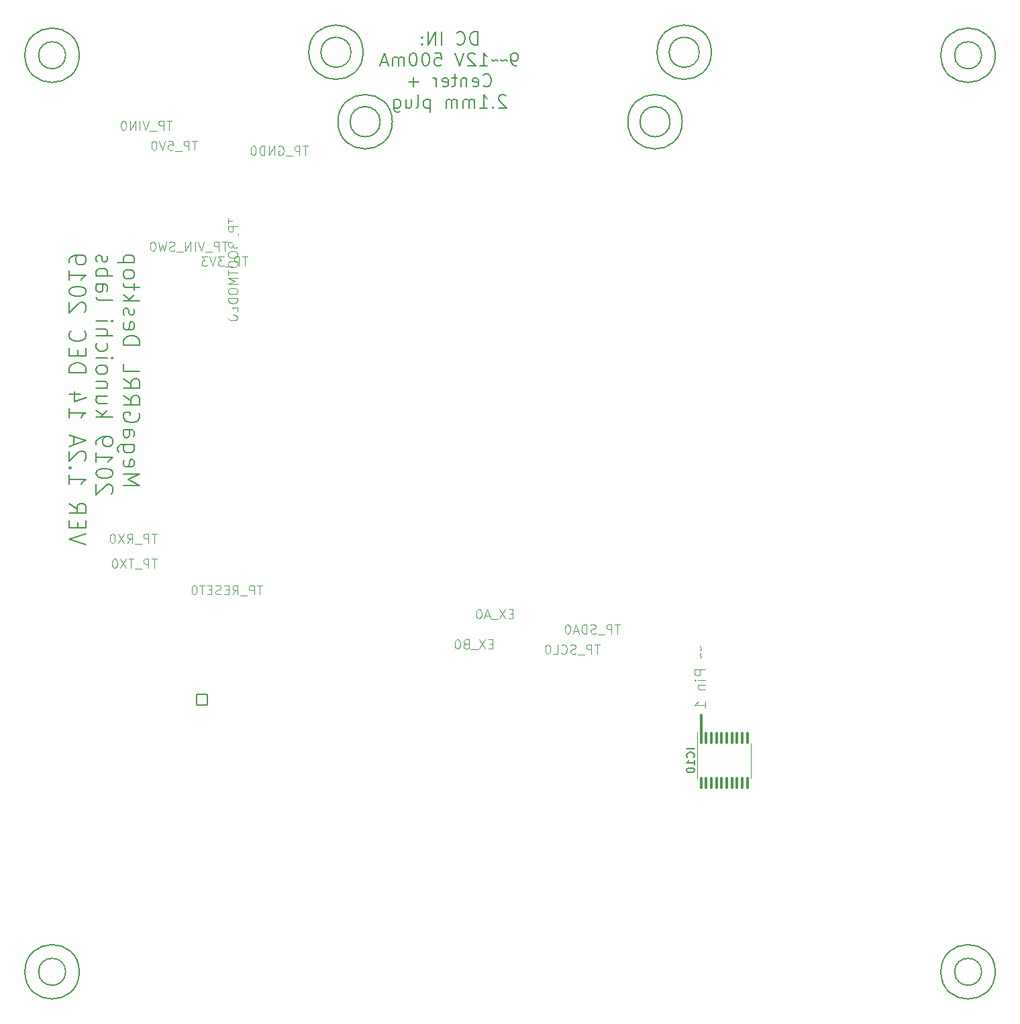
<source format=gbo>
%TF.GenerationSoftware,KiCad,Pcbnew,7.0.2*%
%TF.CreationDate,2024-05-21T23:22:59+08:00*%
%TF.ProjectId,MegaGRRLDesktop,4d656761-4752-4524-9c44-65736b746f70,rev?*%
%TF.SameCoordinates,Original*%
%TF.FileFunction,Legend,Bot*%
%TF.FilePolarity,Positive*%
%FSLAX46Y46*%
G04 Gerber Fmt 4.6, Leading zero omitted, Abs format (unit mm)*
G04 Created by KiCad (PCBNEW 7.0.2) date 2024-05-21 23:22:59*
%MOMM*%
%LPD*%
G01*
G04 APERTURE LIST*
G04 Aperture macros list*
%AMRoundRect*
0 Rectangle with rounded corners*
0 $1 Rounding radius*
0 $2 $3 $4 $5 $6 $7 $8 $9 X,Y pos of 4 corners*
0 Add a 4 corners polygon primitive as box body*
4,1,4,$2,$3,$4,$5,$6,$7,$8,$9,$2,$3,0*
0 Add four circle primitives for the rounded corners*
1,1,$1+$1,$2,$3*
1,1,$1+$1,$4,$5*
1,1,$1+$1,$6,$7*
1,1,$1+$1,$8,$9*
0 Add four rect primitives between the rounded corners*
20,1,$1+$1,$2,$3,$4,$5,0*
20,1,$1+$1,$4,$5,$6,$7,0*
20,1,$1+$1,$6,$7,$8,$9,0*
20,1,$1+$1,$8,$9,$2,$3,0*%
%AMFreePoly0*
4,1,25,0.333266,0.742596,0.345389,0.732242,0.732242,0.345389,0.760749,0.289441,0.762000,0.273547,0.762000,-0.273547,0.742596,-0.333266,0.732242,-0.345389,0.345389,-0.732242,0.289441,-0.760749,0.273547,-0.762000,-0.273547,-0.762000,-0.333266,-0.742596,-0.345389,-0.732242,-0.732242,-0.345389,-0.760749,-0.289441,-0.762000,-0.273547,-0.762000,0.273547,-0.742596,0.333266,-0.732242,0.345389,
-0.345389,0.732242,-0.289441,0.760749,-0.273547,0.762000,0.273547,0.762000,0.333266,0.742596,0.333266,0.742596,$1*%
%AMFreePoly1*
4,1,25,0.391131,0.882296,0.403254,0.871942,0.871942,0.403254,0.900449,0.347306,0.901700,0.331412,0.901700,-0.331412,0.882296,-0.391131,0.871942,-0.403254,0.403254,-0.871942,0.347306,-0.900449,0.331412,-0.901700,-0.331412,-0.901700,-0.391131,-0.882296,-0.403254,-0.871942,-0.871942,-0.403254,-0.900449,-0.347306,-0.901700,-0.331412,-0.901700,0.331412,-0.882296,0.391131,-0.871942,0.403254,
-0.403254,0.871942,-0.347306,0.900449,-0.331412,0.901700,0.331412,0.901700,0.391131,0.882296,0.391131,0.882296,$1*%
%AMFreePoly2*
4,1,25,0.322745,0.717196,0.334868,0.706842,0.706842,0.334868,0.735349,0.278920,0.736600,0.263026,0.736600,-0.263026,0.717196,-0.322745,0.706842,-0.334868,0.334868,-0.706842,0.278920,-0.735349,0.263026,-0.736600,-0.263026,-0.736600,-0.322745,-0.717196,-0.334868,-0.706842,-0.706842,-0.334868,-0.735349,-0.278920,-0.736600,-0.263026,-0.736600,0.263026,-0.717196,0.322745,-0.706842,0.334868,
-0.334868,0.706842,-0.278920,0.735349,-0.263026,0.736600,0.263026,0.736600,0.322745,0.717196,0.322745,0.717196,$1*%
G04 Aperture macros list end*
%ADD10C,0.304800*%
%ADD11C,0.182880*%
%ADD12C,0.142240*%
%ADD13C,0.113792*%
%ADD14C,0.150000*%
%ADD15C,0.114300*%
%ADD16C,0.120000*%
%ADD17C,0.203200*%
%ADD18C,0.152400*%
%ADD19FreePoly0,0.000000*%
%ADD20FreePoly0,90.000000*%
%ADD21O,1.524000X2.844800*%
%ADD22FreePoly0,180.000000*%
%ADD23C,1.803400*%
%ADD24FreePoly1,90.000000*%
%ADD25C,1.473200*%
%ADD26FreePoly2,90.000000*%
%ADD27C,1.574800*%
%ADD28FreePoly0,270.000000*%
%ADD29C,2.082800*%
%ADD30O,2.844800X1.524000*%
%ADD31C,1.903200*%
%ADD32C,1.500000*%
%ADD33RoundRect,0.101600X-0.654000X-0.654000X0.654000X-0.654000X0.654000X0.654000X-0.654000X0.654000X0*%
%ADD34C,1.511200*%
%ADD35O,3.251200X1.727200*%
%ADD36O,1.727200X3.251200*%
%ADD37O,1.200000X2.200000*%
%ADD38O,2.200000X1.200000*%
%ADD39C,2.387600*%
%ADD40C,1.000000*%
%ADD41O,3.556000X1.879600*%
%ADD42C,4.521200*%
%ADD43R,1.050000X1.500000*%
%ADD44O,1.050000X1.500000*%
%ADD45C,3.505200*%
%ADD46C,1.853200*%
%ADD47C,2.403200*%
%ADD48R,1.500000X1.050000*%
%ADD49O,1.500000X1.050000*%
%ADD50RoundRect,0.100000X-0.100000X0.637500X-0.100000X-0.637500X0.100000X-0.637500X0.100000X0.637500X0*%
%ADD51C,3.600000*%
%ADD52RoundRect,0.736600X0.000000X0.000000X0.000000X0.000000X0.000000X0.000000X0.000000X0.000000X0*%
%ADD53C,3.200000*%
G04 APERTURE END LIST*
D10*
X172631100Y-130403600D02*
X172631100Y-133578600D01*
D11*
X99692589Y-101427281D02*
X101795709Y-101427281D01*
X101795709Y-101427281D02*
X100293480Y-100726241D01*
X100293480Y-100726241D02*
X101795709Y-100025201D01*
X101795709Y-100025201D02*
X99692589Y-100025201D01*
X99792738Y-98222526D02*
X99692589Y-98422823D01*
X99692589Y-98422823D02*
X99692589Y-98823418D01*
X99692589Y-98823418D02*
X99792738Y-99023715D01*
X99792738Y-99023715D02*
X99993035Y-99123863D01*
X99993035Y-99123863D02*
X100794223Y-99123863D01*
X100794223Y-99123863D02*
X100994520Y-99023715D01*
X100994520Y-99023715D02*
X101094669Y-98823418D01*
X101094669Y-98823418D02*
X101094669Y-98422823D01*
X101094669Y-98422823D02*
X100994520Y-98222526D01*
X100994520Y-98222526D02*
X100794223Y-98122378D01*
X100794223Y-98122378D02*
X100593926Y-98122378D01*
X100593926Y-98122378D02*
X100393629Y-99123863D01*
X101094669Y-96319704D02*
X99392143Y-96319704D01*
X99392143Y-96319704D02*
X99191846Y-96419852D01*
X99191846Y-96419852D02*
X99091698Y-96520001D01*
X99091698Y-96520001D02*
X98991549Y-96720298D01*
X98991549Y-96720298D02*
X98991549Y-97020744D01*
X98991549Y-97020744D02*
X99091698Y-97221041D01*
X99792738Y-96319704D02*
X99692589Y-96520001D01*
X99692589Y-96520001D02*
X99692589Y-96920595D01*
X99692589Y-96920595D02*
X99792738Y-97120892D01*
X99792738Y-97120892D02*
X99892886Y-97221041D01*
X99892886Y-97221041D02*
X100093183Y-97321189D01*
X100093183Y-97321189D02*
X100694075Y-97321189D01*
X100694075Y-97321189D02*
X100894372Y-97221041D01*
X100894372Y-97221041D02*
X100994520Y-97120892D01*
X100994520Y-97120892D02*
X101094669Y-96920595D01*
X101094669Y-96920595D02*
X101094669Y-96520001D01*
X101094669Y-96520001D02*
X100994520Y-96319704D01*
X99692589Y-94416881D02*
X100794223Y-94416881D01*
X100794223Y-94416881D02*
X100994520Y-94517029D01*
X100994520Y-94517029D02*
X101094669Y-94717326D01*
X101094669Y-94717326D02*
X101094669Y-95117921D01*
X101094669Y-95117921D02*
X100994520Y-95318218D01*
X99792738Y-94416881D02*
X99692589Y-94617178D01*
X99692589Y-94617178D02*
X99692589Y-95117921D01*
X99692589Y-95117921D02*
X99792738Y-95318218D01*
X99792738Y-95318218D02*
X99993035Y-95418366D01*
X99993035Y-95418366D02*
X100193332Y-95418366D01*
X100193332Y-95418366D02*
X100393629Y-95318218D01*
X100393629Y-95318218D02*
X100493778Y-95117921D01*
X100493778Y-95117921D02*
X100493778Y-94617178D01*
X100493778Y-94617178D02*
X100593926Y-94416881D01*
X101695560Y-92313760D02*
X101795709Y-92514058D01*
X101795709Y-92514058D02*
X101795709Y-92814503D01*
X101795709Y-92814503D02*
X101695560Y-93114949D01*
X101695560Y-93114949D02*
X101495263Y-93315246D01*
X101495263Y-93315246D02*
X101294966Y-93415395D01*
X101294966Y-93415395D02*
X100894372Y-93515543D01*
X100894372Y-93515543D02*
X100593926Y-93515543D01*
X100593926Y-93515543D02*
X100193332Y-93415395D01*
X100193332Y-93415395D02*
X99993035Y-93315246D01*
X99993035Y-93315246D02*
X99792738Y-93114949D01*
X99792738Y-93114949D02*
X99692589Y-92814503D01*
X99692589Y-92814503D02*
X99692589Y-92614206D01*
X99692589Y-92614206D02*
X99792738Y-92313760D01*
X99792738Y-92313760D02*
X99892886Y-92213612D01*
X99892886Y-92213612D02*
X100593926Y-92213612D01*
X100593926Y-92213612D02*
X100593926Y-92614206D01*
X99692589Y-90110492D02*
X100694075Y-90811532D01*
X99692589Y-91312275D02*
X101795709Y-91312275D01*
X101795709Y-91312275D02*
X101795709Y-90511086D01*
X101795709Y-90511086D02*
X101695560Y-90310789D01*
X101695560Y-90310789D02*
X101595412Y-90210640D01*
X101595412Y-90210640D02*
X101395115Y-90110492D01*
X101395115Y-90110492D02*
X101094669Y-90110492D01*
X101094669Y-90110492D02*
X100894372Y-90210640D01*
X100894372Y-90210640D02*
X100794223Y-90310789D01*
X100794223Y-90310789D02*
X100694075Y-90511086D01*
X100694075Y-90511086D02*
X100694075Y-91312275D01*
X99692589Y-88007372D02*
X100694075Y-88708412D01*
X99692589Y-89209155D02*
X101795709Y-89209155D01*
X101795709Y-89209155D02*
X101795709Y-88407966D01*
X101795709Y-88407966D02*
X101695560Y-88207669D01*
X101695560Y-88207669D02*
X101595412Y-88107520D01*
X101595412Y-88107520D02*
X101395115Y-88007372D01*
X101395115Y-88007372D02*
X101094669Y-88007372D01*
X101094669Y-88007372D02*
X100894372Y-88107520D01*
X100894372Y-88107520D02*
X100794223Y-88207669D01*
X100794223Y-88207669D02*
X100694075Y-88407966D01*
X100694075Y-88407966D02*
X100694075Y-89209155D01*
X99692589Y-86104549D02*
X99692589Y-87106035D01*
X99692589Y-87106035D02*
X101795709Y-87106035D01*
X99692589Y-83801132D02*
X101795709Y-83801132D01*
X101795709Y-83801132D02*
X101795709Y-83300389D01*
X101795709Y-83300389D02*
X101695560Y-82999943D01*
X101695560Y-82999943D02*
X101495263Y-82799646D01*
X101495263Y-82799646D02*
X101294966Y-82699497D01*
X101294966Y-82699497D02*
X100894372Y-82599349D01*
X100894372Y-82599349D02*
X100593926Y-82599349D01*
X100593926Y-82599349D02*
X100193332Y-82699497D01*
X100193332Y-82699497D02*
X99993035Y-82799646D01*
X99993035Y-82799646D02*
X99792738Y-82999943D01*
X99792738Y-82999943D02*
X99692589Y-83300389D01*
X99692589Y-83300389D02*
X99692589Y-83801132D01*
X99792738Y-80896823D02*
X99692589Y-81097120D01*
X99692589Y-81097120D02*
X99692589Y-81497715D01*
X99692589Y-81497715D02*
X99792738Y-81698012D01*
X99792738Y-81698012D02*
X99993035Y-81798160D01*
X99993035Y-81798160D02*
X100794223Y-81798160D01*
X100794223Y-81798160D02*
X100994520Y-81698012D01*
X100994520Y-81698012D02*
X101094669Y-81497715D01*
X101094669Y-81497715D02*
X101094669Y-81097120D01*
X101094669Y-81097120D02*
X100994520Y-80896823D01*
X100994520Y-80896823D02*
X100794223Y-80796675D01*
X100794223Y-80796675D02*
X100593926Y-80796675D01*
X100593926Y-80796675D02*
X100393629Y-81798160D01*
X99792738Y-79995486D02*
X99692589Y-79795189D01*
X99692589Y-79795189D02*
X99692589Y-79394595D01*
X99692589Y-79394595D02*
X99792738Y-79194298D01*
X99792738Y-79194298D02*
X99993035Y-79094149D01*
X99993035Y-79094149D02*
X100093183Y-79094149D01*
X100093183Y-79094149D02*
X100293480Y-79194298D01*
X100293480Y-79194298D02*
X100393629Y-79394595D01*
X100393629Y-79394595D02*
X100393629Y-79695041D01*
X100393629Y-79695041D02*
X100493778Y-79895338D01*
X100493778Y-79895338D02*
X100694075Y-79995486D01*
X100694075Y-79995486D02*
X100794223Y-79995486D01*
X100794223Y-79995486D02*
X100994520Y-79895338D01*
X100994520Y-79895338D02*
X101094669Y-79695041D01*
X101094669Y-79695041D02*
X101094669Y-79394595D01*
X101094669Y-79394595D02*
X100994520Y-79194298D01*
X99692589Y-78192812D02*
X101795709Y-78192812D01*
X100493778Y-77992515D02*
X99692589Y-77391623D01*
X101094669Y-77391623D02*
X100293480Y-78192812D01*
X101094669Y-76790731D02*
X101094669Y-75989543D01*
X101795709Y-76490286D02*
X99993035Y-76490286D01*
X99993035Y-76490286D02*
X99792738Y-76390137D01*
X99792738Y-76390137D02*
X99692589Y-76189840D01*
X99692589Y-76189840D02*
X99692589Y-75989543D01*
X99692589Y-74988057D02*
X99792738Y-75188354D01*
X99792738Y-75188354D02*
X99892886Y-75288503D01*
X99892886Y-75288503D02*
X100093183Y-75388651D01*
X100093183Y-75388651D02*
X100694075Y-75388651D01*
X100694075Y-75388651D02*
X100894372Y-75288503D01*
X100894372Y-75288503D02*
X100994520Y-75188354D01*
X100994520Y-75188354D02*
X101094669Y-74988057D01*
X101094669Y-74988057D02*
X101094669Y-74687611D01*
X101094669Y-74687611D02*
X100994520Y-74487314D01*
X100994520Y-74487314D02*
X100894372Y-74387166D01*
X100894372Y-74387166D02*
X100694075Y-74287017D01*
X100694075Y-74287017D02*
X100093183Y-74287017D01*
X100093183Y-74287017D02*
X99892886Y-74387166D01*
X99892886Y-74387166D02*
X99792738Y-74487314D01*
X99792738Y-74487314D02*
X99692589Y-74687611D01*
X99692589Y-74687611D02*
X99692589Y-74988057D01*
X101094669Y-73385680D02*
X98991549Y-73385680D01*
X100994520Y-73385680D02*
X101094669Y-73185383D01*
X101094669Y-73185383D02*
X101094669Y-72784788D01*
X101094669Y-72784788D02*
X100994520Y-72584491D01*
X100994520Y-72584491D02*
X100894372Y-72484343D01*
X100894372Y-72484343D02*
X100694075Y-72384194D01*
X100694075Y-72384194D02*
X100093183Y-72384194D01*
X100093183Y-72384194D02*
X99892886Y-72484343D01*
X99892886Y-72484343D02*
X99792738Y-72584491D01*
X99792738Y-72584491D02*
X99692589Y-72784788D01*
X99692589Y-72784788D02*
X99692589Y-73185383D01*
X99692589Y-73185383D02*
X99792738Y-73385680D01*
X98188358Y-102528913D02*
X98288506Y-102428765D01*
X98288506Y-102428765D02*
X98388655Y-102228468D01*
X98388655Y-102228468D02*
X98388655Y-101727725D01*
X98388655Y-101727725D02*
X98288506Y-101527428D01*
X98288506Y-101527428D02*
X98188358Y-101427279D01*
X98188358Y-101427279D02*
X97988061Y-101327130D01*
X97988061Y-101327130D02*
X97787764Y-101327130D01*
X97787764Y-101327130D02*
X97487318Y-101427279D01*
X97487318Y-101427279D02*
X96285535Y-102629062D01*
X96285535Y-102629062D02*
X96285535Y-101327130D01*
X98388655Y-100025199D02*
X98388655Y-99824902D01*
X98388655Y-99824902D02*
X98288506Y-99624605D01*
X98288506Y-99624605D02*
X98188358Y-99524457D01*
X98188358Y-99524457D02*
X97988061Y-99424308D01*
X97988061Y-99424308D02*
X97587466Y-99324159D01*
X97587466Y-99324159D02*
X97086724Y-99324159D01*
X97086724Y-99324159D02*
X96686129Y-99424308D01*
X96686129Y-99424308D02*
X96485832Y-99524457D01*
X96485832Y-99524457D02*
X96385684Y-99624605D01*
X96385684Y-99624605D02*
X96285535Y-99824902D01*
X96285535Y-99824902D02*
X96285535Y-100025199D01*
X96285535Y-100025199D02*
X96385684Y-100225497D01*
X96385684Y-100225497D02*
X96485832Y-100325645D01*
X96485832Y-100325645D02*
X96686129Y-100425794D01*
X96686129Y-100425794D02*
X97086724Y-100525942D01*
X97086724Y-100525942D02*
X97587466Y-100525942D01*
X97587466Y-100525942D02*
X97988061Y-100425794D01*
X97988061Y-100425794D02*
X98188358Y-100325645D01*
X98188358Y-100325645D02*
X98288506Y-100225497D01*
X98288506Y-100225497D02*
X98388655Y-100025199D01*
X96285535Y-97321188D02*
X96285535Y-98522971D01*
X96285535Y-97922080D02*
X98388655Y-97922080D01*
X98388655Y-97922080D02*
X98088209Y-98122377D01*
X98088209Y-98122377D02*
X97887912Y-98322674D01*
X97887912Y-98322674D02*
X97787764Y-98522971D01*
X96285535Y-96319703D02*
X96285535Y-95919109D01*
X96285535Y-95919109D02*
X96385684Y-95718812D01*
X96385684Y-95718812D02*
X96485832Y-95618663D01*
X96485832Y-95618663D02*
X96786278Y-95418366D01*
X96786278Y-95418366D02*
X97186872Y-95318217D01*
X97186872Y-95318217D02*
X97988061Y-95318217D01*
X97988061Y-95318217D02*
X98188358Y-95418366D01*
X98188358Y-95418366D02*
X98288506Y-95518515D01*
X98288506Y-95518515D02*
X98388655Y-95718812D01*
X98388655Y-95718812D02*
X98388655Y-96119406D01*
X98388655Y-96119406D02*
X98288506Y-96319703D01*
X98288506Y-96319703D02*
X98188358Y-96419852D01*
X98188358Y-96419852D02*
X97988061Y-96520000D01*
X97988061Y-96520000D02*
X97487318Y-96520000D01*
X97487318Y-96520000D02*
X97287021Y-96419852D01*
X97287021Y-96419852D02*
X97186872Y-96319703D01*
X97186872Y-96319703D02*
X97086724Y-96119406D01*
X97086724Y-96119406D02*
X97086724Y-95718812D01*
X97086724Y-95718812D02*
X97186872Y-95518515D01*
X97186872Y-95518515D02*
X97287021Y-95418366D01*
X97287021Y-95418366D02*
X97487318Y-95318217D01*
X96285535Y-92814504D02*
X98388655Y-92814504D01*
X97086724Y-92614207D02*
X96285535Y-92013315D01*
X97687615Y-92013315D02*
X96886426Y-92814504D01*
X97687615Y-90210641D02*
X96285535Y-90210641D01*
X97687615Y-91111978D02*
X96585981Y-91111978D01*
X96585981Y-91111978D02*
X96385684Y-91011829D01*
X96385684Y-91011829D02*
X96285535Y-90811532D01*
X96285535Y-90811532D02*
X96285535Y-90511086D01*
X96285535Y-90511086D02*
X96385684Y-90310789D01*
X96385684Y-90310789D02*
X96485832Y-90210641D01*
X97687615Y-89209155D02*
X96285535Y-89209155D01*
X97487318Y-89209155D02*
X97587466Y-89109006D01*
X97587466Y-89109006D02*
X97687615Y-88908709D01*
X97687615Y-88908709D02*
X97687615Y-88608263D01*
X97687615Y-88608263D02*
X97587466Y-88407966D01*
X97587466Y-88407966D02*
X97387169Y-88307818D01*
X97387169Y-88307818D02*
X96285535Y-88307818D01*
X96285535Y-87005886D02*
X96385684Y-87206183D01*
X96385684Y-87206183D02*
X96485832Y-87306332D01*
X96485832Y-87306332D02*
X96686129Y-87406480D01*
X96686129Y-87406480D02*
X97287021Y-87406480D01*
X97287021Y-87406480D02*
X97487318Y-87306332D01*
X97487318Y-87306332D02*
X97587466Y-87206183D01*
X97587466Y-87206183D02*
X97687615Y-87005886D01*
X97687615Y-87005886D02*
X97687615Y-86705440D01*
X97687615Y-86705440D02*
X97587466Y-86505143D01*
X97587466Y-86505143D02*
X97487318Y-86404995D01*
X97487318Y-86404995D02*
X97287021Y-86304846D01*
X97287021Y-86304846D02*
X96686129Y-86304846D01*
X96686129Y-86304846D02*
X96485832Y-86404995D01*
X96485832Y-86404995D02*
X96385684Y-86505143D01*
X96385684Y-86505143D02*
X96285535Y-86705440D01*
X96285535Y-86705440D02*
X96285535Y-87005886D01*
X96285535Y-85403509D02*
X97687615Y-85403509D01*
X98388655Y-85403509D02*
X98288506Y-85503657D01*
X98288506Y-85503657D02*
X98188358Y-85403509D01*
X98188358Y-85403509D02*
X98288506Y-85303360D01*
X98288506Y-85303360D02*
X98388655Y-85403509D01*
X98388655Y-85403509D02*
X98188358Y-85403509D01*
X96385684Y-83500686D02*
X96285535Y-83700983D01*
X96285535Y-83700983D02*
X96285535Y-84101577D01*
X96285535Y-84101577D02*
X96385684Y-84301874D01*
X96385684Y-84301874D02*
X96485832Y-84402023D01*
X96485832Y-84402023D02*
X96686129Y-84502171D01*
X96686129Y-84502171D02*
X97287021Y-84502171D01*
X97287021Y-84502171D02*
X97487318Y-84402023D01*
X97487318Y-84402023D02*
X97587466Y-84301874D01*
X97587466Y-84301874D02*
X97687615Y-84101577D01*
X97687615Y-84101577D02*
X97687615Y-83700983D01*
X97687615Y-83700983D02*
X97587466Y-83500686D01*
X96285535Y-82599349D02*
X98388655Y-82599349D01*
X96285535Y-81698012D02*
X97387169Y-81698012D01*
X97387169Y-81698012D02*
X97587466Y-81798160D01*
X97587466Y-81798160D02*
X97687615Y-81998457D01*
X97687615Y-81998457D02*
X97687615Y-82298903D01*
X97687615Y-82298903D02*
X97587466Y-82499200D01*
X97587466Y-82499200D02*
X97487318Y-82599349D01*
X96285535Y-80696526D02*
X97687615Y-80696526D01*
X98388655Y-80696526D02*
X98288506Y-80796674D01*
X98288506Y-80796674D02*
X98188358Y-80696526D01*
X98188358Y-80696526D02*
X98288506Y-80596377D01*
X98288506Y-80596377D02*
X98388655Y-80696526D01*
X98388655Y-80696526D02*
X98188358Y-80696526D01*
X96285535Y-77792217D02*
X96385684Y-77992514D01*
X96385684Y-77992514D02*
X96585981Y-78092663D01*
X96585981Y-78092663D02*
X98388655Y-78092663D01*
X96285535Y-76089692D02*
X97387169Y-76089692D01*
X97387169Y-76089692D02*
X97587466Y-76189840D01*
X97587466Y-76189840D02*
X97687615Y-76390137D01*
X97687615Y-76390137D02*
X97687615Y-76790732D01*
X97687615Y-76790732D02*
X97587466Y-76991029D01*
X96385684Y-76089692D02*
X96285535Y-76289989D01*
X96285535Y-76289989D02*
X96285535Y-76790732D01*
X96285535Y-76790732D02*
X96385684Y-76991029D01*
X96385684Y-76991029D02*
X96585981Y-77091177D01*
X96585981Y-77091177D02*
X96786278Y-77091177D01*
X96786278Y-77091177D02*
X96986575Y-76991029D01*
X96986575Y-76991029D02*
X97086724Y-76790732D01*
X97086724Y-76790732D02*
X97086724Y-76289989D01*
X97086724Y-76289989D02*
X97186872Y-76089692D01*
X96285535Y-75088206D02*
X98388655Y-75088206D01*
X97587466Y-75088206D02*
X97687615Y-74887909D01*
X97687615Y-74887909D02*
X97687615Y-74487314D01*
X97687615Y-74487314D02*
X97587466Y-74287017D01*
X97587466Y-74287017D02*
X97487318Y-74186869D01*
X97487318Y-74186869D02*
X97287021Y-74086720D01*
X97287021Y-74086720D02*
X96686129Y-74086720D01*
X96686129Y-74086720D02*
X96485832Y-74186869D01*
X96485832Y-74186869D02*
X96385684Y-74287017D01*
X96385684Y-74287017D02*
X96285535Y-74487314D01*
X96285535Y-74487314D02*
X96285535Y-74887909D01*
X96285535Y-74887909D02*
X96385684Y-75088206D01*
X96385684Y-73285531D02*
X96285535Y-73085234D01*
X96285535Y-73085234D02*
X96285535Y-72684640D01*
X96285535Y-72684640D02*
X96385684Y-72484343D01*
X96385684Y-72484343D02*
X96585981Y-72384194D01*
X96585981Y-72384194D02*
X96686129Y-72384194D01*
X96686129Y-72384194D02*
X96886426Y-72484343D01*
X96886426Y-72484343D02*
X96986575Y-72684640D01*
X96986575Y-72684640D02*
X96986575Y-72985086D01*
X96986575Y-72985086D02*
X97086724Y-73185383D01*
X97086724Y-73185383D02*
X97287021Y-73285531D01*
X97287021Y-73285531D02*
X97387169Y-73285531D01*
X97387169Y-73285531D02*
X97587466Y-73185383D01*
X97587466Y-73185383D02*
X97687615Y-72985086D01*
X97687615Y-72985086D02*
X97687615Y-72684640D01*
X97687615Y-72684640D02*
X97587466Y-72484343D01*
X94981601Y-108938418D02*
X92878481Y-108237378D01*
X92878481Y-108237378D02*
X94981601Y-107536338D01*
X93980115Y-106835299D02*
X93980115Y-106134259D01*
X92878481Y-105833813D02*
X92878481Y-106835299D01*
X92878481Y-106835299D02*
X94981601Y-106835299D01*
X94981601Y-106835299D02*
X94981601Y-105833813D01*
X92878481Y-103730693D02*
X93879967Y-104431733D01*
X92878481Y-104932476D02*
X94981601Y-104932476D01*
X94981601Y-104932476D02*
X94981601Y-104131287D01*
X94981601Y-104131287D02*
X94881452Y-103930990D01*
X94881452Y-103930990D02*
X94781304Y-103830841D01*
X94781304Y-103830841D02*
X94581007Y-103730693D01*
X94581007Y-103730693D02*
X94280561Y-103730693D01*
X94280561Y-103730693D02*
X94080264Y-103830841D01*
X94080264Y-103830841D02*
X93980115Y-103930990D01*
X93980115Y-103930990D02*
X93879967Y-104131287D01*
X93879967Y-104131287D02*
X93879967Y-104932476D01*
X92878481Y-100125344D02*
X92878481Y-101327127D01*
X92878481Y-100726236D02*
X94981601Y-100726236D01*
X94981601Y-100726236D02*
X94681155Y-100926533D01*
X94681155Y-100926533D02*
X94480858Y-101126830D01*
X94480858Y-101126830D02*
X94380710Y-101327127D01*
X93078778Y-99224008D02*
X92978630Y-99123859D01*
X92978630Y-99123859D02*
X92878481Y-99224008D01*
X92878481Y-99224008D02*
X92978630Y-99324156D01*
X92978630Y-99324156D02*
X93078778Y-99224008D01*
X93078778Y-99224008D02*
X92878481Y-99224008D01*
X94781304Y-98322670D02*
X94881452Y-98222522D01*
X94881452Y-98222522D02*
X94981601Y-98022225D01*
X94981601Y-98022225D02*
X94981601Y-97521482D01*
X94981601Y-97521482D02*
X94881452Y-97321185D01*
X94881452Y-97321185D02*
X94781304Y-97221036D01*
X94781304Y-97221036D02*
X94581007Y-97120887D01*
X94581007Y-97120887D02*
X94380710Y-97120887D01*
X94380710Y-97120887D02*
X94080264Y-97221036D01*
X94080264Y-97221036D02*
X92878481Y-98422819D01*
X92878481Y-98422819D02*
X92878481Y-97120887D01*
X93479372Y-96319699D02*
X93479372Y-95318214D01*
X92878481Y-96519996D02*
X94981601Y-95818956D01*
X94981601Y-95818956D02*
X92878481Y-95117916D01*
X92878481Y-91712865D02*
X92878481Y-92914648D01*
X92878481Y-92313757D02*
X94981601Y-92313757D01*
X94981601Y-92313757D02*
X94681155Y-92514054D01*
X94681155Y-92514054D02*
X94480858Y-92714351D01*
X94480858Y-92714351D02*
X94380710Y-92914648D01*
X94280561Y-89910192D02*
X92878481Y-89910192D01*
X95081750Y-90410934D02*
X93579521Y-90911677D01*
X93579521Y-90911677D02*
X93579521Y-89609746D01*
X92878481Y-87206181D02*
X94981601Y-87206181D01*
X94981601Y-87206181D02*
X94981601Y-86705438D01*
X94981601Y-86705438D02*
X94881452Y-86404992D01*
X94881452Y-86404992D02*
X94681155Y-86204695D01*
X94681155Y-86204695D02*
X94480858Y-86104546D01*
X94480858Y-86104546D02*
X94080264Y-86004398D01*
X94080264Y-86004398D02*
X93779818Y-86004398D01*
X93779818Y-86004398D02*
X93379224Y-86104546D01*
X93379224Y-86104546D02*
X93178927Y-86204695D01*
X93178927Y-86204695D02*
X92978630Y-86404992D01*
X92978630Y-86404992D02*
X92878481Y-86705438D01*
X92878481Y-86705438D02*
X92878481Y-87206181D01*
X93980115Y-85103061D02*
X93980115Y-84402021D01*
X92878481Y-84101575D02*
X92878481Y-85103061D01*
X92878481Y-85103061D02*
X94981601Y-85103061D01*
X94981601Y-85103061D02*
X94981601Y-84101575D01*
X93078778Y-81998455D02*
X92978630Y-82098603D01*
X92978630Y-82098603D02*
X92878481Y-82399049D01*
X92878481Y-82399049D02*
X92878481Y-82599346D01*
X92878481Y-82599346D02*
X92978630Y-82899792D01*
X92978630Y-82899792D02*
X93178927Y-83100089D01*
X93178927Y-83100089D02*
X93379224Y-83200238D01*
X93379224Y-83200238D02*
X93779818Y-83300386D01*
X93779818Y-83300386D02*
X94080264Y-83300386D01*
X94080264Y-83300386D02*
X94480858Y-83200238D01*
X94480858Y-83200238D02*
X94681155Y-83100089D01*
X94681155Y-83100089D02*
X94881452Y-82899792D01*
X94881452Y-82899792D02*
X94981601Y-82599346D01*
X94981601Y-82599346D02*
X94981601Y-82399049D01*
X94981601Y-82399049D02*
X94881452Y-82098603D01*
X94881452Y-82098603D02*
X94781304Y-81998455D01*
X94781304Y-79594889D02*
X94881452Y-79494741D01*
X94881452Y-79494741D02*
X94981601Y-79294444D01*
X94981601Y-79294444D02*
X94981601Y-78793701D01*
X94981601Y-78793701D02*
X94881452Y-78593404D01*
X94881452Y-78593404D02*
X94781304Y-78493255D01*
X94781304Y-78493255D02*
X94581007Y-78393106D01*
X94581007Y-78393106D02*
X94380710Y-78393106D01*
X94380710Y-78393106D02*
X94080264Y-78493255D01*
X94080264Y-78493255D02*
X92878481Y-79695038D01*
X92878481Y-79695038D02*
X92878481Y-78393106D01*
X94981601Y-77091175D02*
X94981601Y-76890878D01*
X94981601Y-76890878D02*
X94881452Y-76690581D01*
X94881452Y-76690581D02*
X94781304Y-76590433D01*
X94781304Y-76590433D02*
X94581007Y-76490284D01*
X94581007Y-76490284D02*
X94180412Y-76390135D01*
X94180412Y-76390135D02*
X93679670Y-76390135D01*
X93679670Y-76390135D02*
X93279075Y-76490284D01*
X93279075Y-76490284D02*
X93078778Y-76590433D01*
X93078778Y-76590433D02*
X92978630Y-76690581D01*
X92978630Y-76690581D02*
X92878481Y-76890878D01*
X92878481Y-76890878D02*
X92878481Y-77091175D01*
X92878481Y-77091175D02*
X92978630Y-77291473D01*
X92978630Y-77291473D02*
X93078778Y-77391621D01*
X93078778Y-77391621D02*
X93279075Y-77491770D01*
X93279075Y-77491770D02*
X93679670Y-77591918D01*
X93679670Y-77591918D02*
X94180412Y-77591918D01*
X94180412Y-77591918D02*
X94581007Y-77491770D01*
X94581007Y-77491770D02*
X94781304Y-77391621D01*
X94781304Y-77391621D02*
X94881452Y-77291473D01*
X94881452Y-77291473D02*
X94981601Y-77091175D01*
X92878481Y-74387164D02*
X92878481Y-75588947D01*
X92878481Y-74988056D02*
X94981601Y-74988056D01*
X94981601Y-74988056D02*
X94681155Y-75188353D01*
X94681155Y-75188353D02*
X94480858Y-75388650D01*
X94480858Y-75388650D02*
X94380710Y-75588947D01*
X92878481Y-73385679D02*
X92878481Y-72985085D01*
X92878481Y-72985085D02*
X92978630Y-72784788D01*
X92978630Y-72784788D02*
X93078778Y-72684639D01*
X93078778Y-72684639D02*
X93379224Y-72484342D01*
X93379224Y-72484342D02*
X93779818Y-72384193D01*
X93779818Y-72384193D02*
X94581007Y-72384193D01*
X94581007Y-72384193D02*
X94781304Y-72484342D01*
X94781304Y-72484342D02*
X94881452Y-72584491D01*
X94881452Y-72584491D02*
X94981601Y-72784788D01*
X94981601Y-72784788D02*
X94981601Y-73185382D01*
X94981601Y-73185382D02*
X94881452Y-73385679D01*
X94881452Y-73385679D02*
X94781304Y-73485828D01*
X94781304Y-73485828D02*
X94581007Y-73585976D01*
X94581007Y-73585976D02*
X94080264Y-73585976D01*
X94080264Y-73585976D02*
X93879967Y-73485828D01*
X93879967Y-73485828D02*
X93779818Y-73385679D01*
X93779818Y-73385679D02*
X93679670Y-73185382D01*
X93679670Y-73185382D02*
X93679670Y-72784788D01*
X93679670Y-72784788D02*
X93779818Y-72584491D01*
X93779818Y-72584491D02*
X93879967Y-72484342D01*
X93879967Y-72484342D02*
X94080264Y-72384193D01*
D12*
X144386299Y-45905438D02*
X144386299Y-44269678D01*
X144386299Y-44269678D02*
X143996832Y-44269678D01*
X143996832Y-44269678D02*
X143763152Y-44347571D01*
X143763152Y-44347571D02*
X143607366Y-44503358D01*
X143607366Y-44503358D02*
X143529472Y-44659145D01*
X143529472Y-44659145D02*
X143451579Y-44970718D01*
X143451579Y-44970718D02*
X143451579Y-45204398D01*
X143451579Y-45204398D02*
X143529472Y-45515971D01*
X143529472Y-45515971D02*
X143607366Y-45671758D01*
X143607366Y-45671758D02*
X143763152Y-45827545D01*
X143763152Y-45827545D02*
X143996832Y-45905438D01*
X143996832Y-45905438D02*
X144386299Y-45905438D01*
X141815819Y-45749651D02*
X141893712Y-45827545D01*
X141893712Y-45827545D02*
X142127392Y-45905438D01*
X142127392Y-45905438D02*
X142283179Y-45905438D01*
X142283179Y-45905438D02*
X142516859Y-45827545D01*
X142516859Y-45827545D02*
X142672646Y-45671758D01*
X142672646Y-45671758D02*
X142750539Y-45515971D01*
X142750539Y-45515971D02*
X142828432Y-45204398D01*
X142828432Y-45204398D02*
X142828432Y-44970718D01*
X142828432Y-44970718D02*
X142750539Y-44659145D01*
X142750539Y-44659145D02*
X142672646Y-44503358D01*
X142672646Y-44503358D02*
X142516859Y-44347571D01*
X142516859Y-44347571D02*
X142283179Y-44269678D01*
X142283179Y-44269678D02*
X142127392Y-44269678D01*
X142127392Y-44269678D02*
X141893712Y-44347571D01*
X141893712Y-44347571D02*
X141815819Y-44425465D01*
X139868486Y-45905438D02*
X139868486Y-44269678D01*
X139089553Y-45905438D02*
X139089553Y-44269678D01*
X139089553Y-44269678D02*
X138154833Y-45905438D01*
X138154833Y-45905438D02*
X138154833Y-44269678D01*
X137375900Y-45749651D02*
X137298007Y-45827545D01*
X137298007Y-45827545D02*
X137375900Y-45905438D01*
X137375900Y-45905438D02*
X137453793Y-45827545D01*
X137453793Y-45827545D02*
X137375900Y-45749651D01*
X137375900Y-45749651D02*
X137375900Y-45905438D01*
X137375900Y-44892825D02*
X137298007Y-44970718D01*
X137298007Y-44970718D02*
X137375900Y-45048611D01*
X137375900Y-45048611D02*
X137453793Y-44970718D01*
X137453793Y-44970718D02*
X137375900Y-44892825D01*
X137375900Y-44892825D02*
X137375900Y-45048611D01*
X149371474Y-48555369D02*
X149059900Y-48555369D01*
X149059900Y-48555369D02*
X148904114Y-48477476D01*
X148904114Y-48477476D02*
X148826220Y-48399582D01*
X148826220Y-48399582D02*
X148670434Y-48165902D01*
X148670434Y-48165902D02*
X148592540Y-47854329D01*
X148592540Y-47854329D02*
X148592540Y-47231182D01*
X148592540Y-47231182D02*
X148670434Y-47075396D01*
X148670434Y-47075396D02*
X148748327Y-46997502D01*
X148748327Y-46997502D02*
X148904114Y-46919609D01*
X148904114Y-46919609D02*
X149215687Y-46919609D01*
X149215687Y-46919609D02*
X149371474Y-46997502D01*
X149371474Y-46997502D02*
X149449367Y-47075396D01*
X149449367Y-47075396D02*
X149527260Y-47231182D01*
X149527260Y-47231182D02*
X149527260Y-47620649D01*
X149527260Y-47620649D02*
X149449367Y-47776436D01*
X149449367Y-47776436D02*
X149371474Y-47854329D01*
X149371474Y-47854329D02*
X149215687Y-47932222D01*
X149215687Y-47932222D02*
X148904114Y-47932222D01*
X148904114Y-47932222D02*
X148748327Y-47854329D01*
X148748327Y-47854329D02*
X148670434Y-47776436D01*
X148670434Y-47776436D02*
X148592540Y-47620649D01*
X148125180Y-47932222D02*
X148047287Y-47854329D01*
X148047287Y-47854329D02*
X147891500Y-47776436D01*
X147891500Y-47776436D02*
X147579927Y-47932222D01*
X147579927Y-47932222D02*
X147424140Y-47854329D01*
X147424140Y-47854329D02*
X147346247Y-47776436D01*
X146956780Y-47932222D02*
X146878887Y-47854329D01*
X146878887Y-47854329D02*
X146723100Y-47776436D01*
X146723100Y-47776436D02*
X146411527Y-47932222D01*
X146411527Y-47932222D02*
X146255740Y-47854329D01*
X146255740Y-47854329D02*
X146177847Y-47776436D01*
X144697873Y-48555369D02*
X145632593Y-48555369D01*
X145165233Y-48555369D02*
X145165233Y-46919609D01*
X145165233Y-46919609D02*
X145321020Y-47153289D01*
X145321020Y-47153289D02*
X145476807Y-47309076D01*
X145476807Y-47309076D02*
X145632593Y-47386969D01*
X144074726Y-47075396D02*
X143996833Y-46997502D01*
X143996833Y-46997502D02*
X143841046Y-46919609D01*
X143841046Y-46919609D02*
X143451580Y-46919609D01*
X143451580Y-46919609D02*
X143295793Y-46997502D01*
X143295793Y-46997502D02*
X143217900Y-47075396D01*
X143217900Y-47075396D02*
X143140006Y-47231182D01*
X143140006Y-47231182D02*
X143140006Y-47386969D01*
X143140006Y-47386969D02*
X143217900Y-47620649D01*
X143217900Y-47620649D02*
X144152620Y-48555369D01*
X144152620Y-48555369D02*
X143140006Y-48555369D01*
X142672646Y-46919609D02*
X142127393Y-48555369D01*
X142127393Y-48555369D02*
X141582139Y-46919609D01*
X139011660Y-46919609D02*
X139790593Y-46919609D01*
X139790593Y-46919609D02*
X139868486Y-47698542D01*
X139868486Y-47698542D02*
X139790593Y-47620649D01*
X139790593Y-47620649D02*
X139634806Y-47542756D01*
X139634806Y-47542756D02*
X139245340Y-47542756D01*
X139245340Y-47542756D02*
X139089553Y-47620649D01*
X139089553Y-47620649D02*
X139011660Y-47698542D01*
X139011660Y-47698542D02*
X138933766Y-47854329D01*
X138933766Y-47854329D02*
X138933766Y-48243796D01*
X138933766Y-48243796D02*
X139011660Y-48399582D01*
X139011660Y-48399582D02*
X139089553Y-48477476D01*
X139089553Y-48477476D02*
X139245340Y-48555369D01*
X139245340Y-48555369D02*
X139634806Y-48555369D01*
X139634806Y-48555369D02*
X139790593Y-48477476D01*
X139790593Y-48477476D02*
X139868486Y-48399582D01*
X137921153Y-46919609D02*
X137765366Y-46919609D01*
X137765366Y-46919609D02*
X137609579Y-46997502D01*
X137609579Y-46997502D02*
X137531686Y-47075396D01*
X137531686Y-47075396D02*
X137453793Y-47231182D01*
X137453793Y-47231182D02*
X137375899Y-47542756D01*
X137375899Y-47542756D02*
X137375899Y-47932222D01*
X137375899Y-47932222D02*
X137453793Y-48243796D01*
X137453793Y-48243796D02*
X137531686Y-48399582D01*
X137531686Y-48399582D02*
X137609579Y-48477476D01*
X137609579Y-48477476D02*
X137765366Y-48555369D01*
X137765366Y-48555369D02*
X137921153Y-48555369D01*
X137921153Y-48555369D02*
X138076939Y-48477476D01*
X138076939Y-48477476D02*
X138154833Y-48399582D01*
X138154833Y-48399582D02*
X138232726Y-48243796D01*
X138232726Y-48243796D02*
X138310619Y-47932222D01*
X138310619Y-47932222D02*
X138310619Y-47542756D01*
X138310619Y-47542756D02*
X138232726Y-47231182D01*
X138232726Y-47231182D02*
X138154833Y-47075396D01*
X138154833Y-47075396D02*
X138076939Y-46997502D01*
X138076939Y-46997502D02*
X137921153Y-46919609D01*
X136363286Y-46919609D02*
X136207499Y-46919609D01*
X136207499Y-46919609D02*
X136051712Y-46997502D01*
X136051712Y-46997502D02*
X135973819Y-47075396D01*
X135973819Y-47075396D02*
X135895926Y-47231182D01*
X135895926Y-47231182D02*
X135818032Y-47542756D01*
X135818032Y-47542756D02*
X135818032Y-47932222D01*
X135818032Y-47932222D02*
X135895926Y-48243796D01*
X135895926Y-48243796D02*
X135973819Y-48399582D01*
X135973819Y-48399582D02*
X136051712Y-48477476D01*
X136051712Y-48477476D02*
X136207499Y-48555369D01*
X136207499Y-48555369D02*
X136363286Y-48555369D01*
X136363286Y-48555369D02*
X136519072Y-48477476D01*
X136519072Y-48477476D02*
X136596966Y-48399582D01*
X136596966Y-48399582D02*
X136674859Y-48243796D01*
X136674859Y-48243796D02*
X136752752Y-47932222D01*
X136752752Y-47932222D02*
X136752752Y-47542756D01*
X136752752Y-47542756D02*
X136674859Y-47231182D01*
X136674859Y-47231182D02*
X136596966Y-47075396D01*
X136596966Y-47075396D02*
X136519072Y-46997502D01*
X136519072Y-46997502D02*
X136363286Y-46919609D01*
X135116992Y-48555369D02*
X135116992Y-47464862D01*
X135116992Y-47620649D02*
X135039099Y-47542756D01*
X135039099Y-47542756D02*
X134883312Y-47464862D01*
X134883312Y-47464862D02*
X134649632Y-47464862D01*
X134649632Y-47464862D02*
X134493845Y-47542756D01*
X134493845Y-47542756D02*
X134415952Y-47698542D01*
X134415952Y-47698542D02*
X134415952Y-48555369D01*
X134415952Y-47698542D02*
X134338059Y-47542756D01*
X134338059Y-47542756D02*
X134182272Y-47464862D01*
X134182272Y-47464862D02*
X133948592Y-47464862D01*
X133948592Y-47464862D02*
X133792805Y-47542756D01*
X133792805Y-47542756D02*
X133714912Y-47698542D01*
X133714912Y-47698542D02*
X133714912Y-48555369D01*
X133013872Y-48088009D02*
X132234939Y-48088009D01*
X133169659Y-48555369D02*
X132624406Y-46919609D01*
X132624406Y-46919609D02*
X132079152Y-48555369D01*
X145126286Y-51049513D02*
X145204179Y-51127407D01*
X145204179Y-51127407D02*
X145437859Y-51205300D01*
X145437859Y-51205300D02*
X145593646Y-51205300D01*
X145593646Y-51205300D02*
X145827326Y-51127407D01*
X145827326Y-51127407D02*
X145983113Y-50971620D01*
X145983113Y-50971620D02*
X146061006Y-50815833D01*
X146061006Y-50815833D02*
X146138899Y-50504260D01*
X146138899Y-50504260D02*
X146138899Y-50270580D01*
X146138899Y-50270580D02*
X146061006Y-49959007D01*
X146061006Y-49959007D02*
X145983113Y-49803220D01*
X145983113Y-49803220D02*
X145827326Y-49647433D01*
X145827326Y-49647433D02*
X145593646Y-49569540D01*
X145593646Y-49569540D02*
X145437859Y-49569540D01*
X145437859Y-49569540D02*
X145204179Y-49647433D01*
X145204179Y-49647433D02*
X145126286Y-49725327D01*
X143802099Y-51127407D02*
X143957886Y-51205300D01*
X143957886Y-51205300D02*
X144269459Y-51205300D01*
X144269459Y-51205300D02*
X144425246Y-51127407D01*
X144425246Y-51127407D02*
X144503139Y-50971620D01*
X144503139Y-50971620D02*
X144503139Y-50348473D01*
X144503139Y-50348473D02*
X144425246Y-50192687D01*
X144425246Y-50192687D02*
X144269459Y-50114793D01*
X144269459Y-50114793D02*
X143957886Y-50114793D01*
X143957886Y-50114793D02*
X143802099Y-50192687D01*
X143802099Y-50192687D02*
X143724206Y-50348473D01*
X143724206Y-50348473D02*
X143724206Y-50504260D01*
X143724206Y-50504260D02*
X144503139Y-50660047D01*
X143023166Y-50114793D02*
X143023166Y-51205300D01*
X143023166Y-50270580D02*
X142945273Y-50192687D01*
X142945273Y-50192687D02*
X142789486Y-50114793D01*
X142789486Y-50114793D02*
X142555806Y-50114793D01*
X142555806Y-50114793D02*
X142400019Y-50192687D01*
X142400019Y-50192687D02*
X142322126Y-50348473D01*
X142322126Y-50348473D02*
X142322126Y-51205300D01*
X141776873Y-50114793D02*
X141153726Y-50114793D01*
X141543193Y-49569540D02*
X141543193Y-50971620D01*
X141543193Y-50971620D02*
X141465300Y-51127407D01*
X141465300Y-51127407D02*
X141309513Y-51205300D01*
X141309513Y-51205300D02*
X141153726Y-51205300D01*
X139985326Y-51127407D02*
X140141113Y-51205300D01*
X140141113Y-51205300D02*
X140452686Y-51205300D01*
X140452686Y-51205300D02*
X140608473Y-51127407D01*
X140608473Y-51127407D02*
X140686366Y-50971620D01*
X140686366Y-50971620D02*
X140686366Y-50348473D01*
X140686366Y-50348473D02*
X140608473Y-50192687D01*
X140608473Y-50192687D02*
X140452686Y-50114793D01*
X140452686Y-50114793D02*
X140141113Y-50114793D01*
X140141113Y-50114793D02*
X139985326Y-50192687D01*
X139985326Y-50192687D02*
X139907433Y-50348473D01*
X139907433Y-50348473D02*
X139907433Y-50504260D01*
X139907433Y-50504260D02*
X140686366Y-50660047D01*
X139206393Y-51205300D02*
X139206393Y-50114793D01*
X139206393Y-50426367D02*
X139128500Y-50270580D01*
X139128500Y-50270580D02*
X139050606Y-50192687D01*
X139050606Y-50192687D02*
X138894820Y-50114793D01*
X138894820Y-50114793D02*
X138739033Y-50114793D01*
X136947487Y-50582153D02*
X135701194Y-50582153D01*
X136324340Y-51205300D02*
X136324340Y-49959007D01*
X147969392Y-52375258D02*
X147891499Y-52297364D01*
X147891499Y-52297364D02*
X147735712Y-52219471D01*
X147735712Y-52219471D02*
X147346246Y-52219471D01*
X147346246Y-52219471D02*
X147190459Y-52297364D01*
X147190459Y-52297364D02*
X147112566Y-52375258D01*
X147112566Y-52375258D02*
X147034672Y-52531044D01*
X147034672Y-52531044D02*
X147034672Y-52686831D01*
X147034672Y-52686831D02*
X147112566Y-52920511D01*
X147112566Y-52920511D02*
X148047286Y-53855231D01*
X148047286Y-53855231D02*
X147034672Y-53855231D01*
X146333632Y-53699444D02*
X146255739Y-53777338D01*
X146255739Y-53777338D02*
X146333632Y-53855231D01*
X146333632Y-53855231D02*
X146411525Y-53777338D01*
X146411525Y-53777338D02*
X146333632Y-53699444D01*
X146333632Y-53699444D02*
X146333632Y-53855231D01*
X144697872Y-53855231D02*
X145632592Y-53855231D01*
X145165232Y-53855231D02*
X145165232Y-52219471D01*
X145165232Y-52219471D02*
X145321019Y-52453151D01*
X145321019Y-52453151D02*
X145476806Y-52608938D01*
X145476806Y-52608938D02*
X145632592Y-52686831D01*
X143996832Y-53855231D02*
X143996832Y-52764724D01*
X143996832Y-52920511D02*
X143918939Y-52842618D01*
X143918939Y-52842618D02*
X143763152Y-52764724D01*
X143763152Y-52764724D02*
X143529472Y-52764724D01*
X143529472Y-52764724D02*
X143373685Y-52842618D01*
X143373685Y-52842618D02*
X143295792Y-52998404D01*
X143295792Y-52998404D02*
X143295792Y-53855231D01*
X143295792Y-52998404D02*
X143217899Y-52842618D01*
X143217899Y-52842618D02*
X143062112Y-52764724D01*
X143062112Y-52764724D02*
X142828432Y-52764724D01*
X142828432Y-52764724D02*
X142672645Y-52842618D01*
X142672645Y-52842618D02*
X142594752Y-52998404D01*
X142594752Y-52998404D02*
X142594752Y-53855231D01*
X141815819Y-53855231D02*
X141815819Y-52764724D01*
X141815819Y-52920511D02*
X141737926Y-52842618D01*
X141737926Y-52842618D02*
X141582139Y-52764724D01*
X141582139Y-52764724D02*
X141348459Y-52764724D01*
X141348459Y-52764724D02*
X141192672Y-52842618D01*
X141192672Y-52842618D02*
X141114779Y-52998404D01*
X141114779Y-52998404D02*
X141114779Y-53855231D01*
X141114779Y-52998404D02*
X141036886Y-52842618D01*
X141036886Y-52842618D02*
X140881099Y-52764724D01*
X140881099Y-52764724D02*
X140647419Y-52764724D01*
X140647419Y-52764724D02*
X140491632Y-52842618D01*
X140491632Y-52842618D02*
X140413739Y-52998404D01*
X140413739Y-52998404D02*
X140413739Y-53855231D01*
X138388513Y-52764724D02*
X138388513Y-54400484D01*
X138388513Y-52842618D02*
X138232726Y-52764724D01*
X138232726Y-52764724D02*
X137921153Y-52764724D01*
X137921153Y-52764724D02*
X137765366Y-52842618D01*
X137765366Y-52842618D02*
X137687473Y-52920511D01*
X137687473Y-52920511D02*
X137609580Y-53076298D01*
X137609580Y-53076298D02*
X137609580Y-53543658D01*
X137609580Y-53543658D02*
X137687473Y-53699444D01*
X137687473Y-53699444D02*
X137765366Y-53777338D01*
X137765366Y-53777338D02*
X137921153Y-53855231D01*
X137921153Y-53855231D02*
X138232726Y-53855231D01*
X138232726Y-53855231D02*
X138388513Y-53777338D01*
X136674860Y-53855231D02*
X136830647Y-53777338D01*
X136830647Y-53777338D02*
X136908540Y-53621551D01*
X136908540Y-53621551D02*
X136908540Y-52219471D01*
X135350673Y-52764724D02*
X135350673Y-53855231D01*
X136051713Y-52764724D02*
X136051713Y-53621551D01*
X136051713Y-53621551D02*
X135973820Y-53777338D01*
X135973820Y-53777338D02*
X135818033Y-53855231D01*
X135818033Y-53855231D02*
X135584353Y-53855231D01*
X135584353Y-53855231D02*
X135428566Y-53777338D01*
X135428566Y-53777338D02*
X135350673Y-53699444D01*
X133870700Y-52764724D02*
X133870700Y-54088911D01*
X133870700Y-54088911D02*
X133948593Y-54244698D01*
X133948593Y-54244698D02*
X134026487Y-54322591D01*
X134026487Y-54322591D02*
X134182273Y-54400484D01*
X134182273Y-54400484D02*
X134415953Y-54400484D01*
X134415953Y-54400484D02*
X134571740Y-54322591D01*
X133870700Y-53777338D02*
X134026487Y-53855231D01*
X134026487Y-53855231D02*
X134338060Y-53855231D01*
X134338060Y-53855231D02*
X134493847Y-53777338D01*
X134493847Y-53777338D02*
X134571740Y-53699444D01*
X134571740Y-53699444D02*
X134649633Y-53543658D01*
X134649633Y-53543658D02*
X134649633Y-53076298D01*
X134649633Y-53076298D02*
X134571740Y-52920511D01*
X134571740Y-52920511D02*
X134493847Y-52842618D01*
X134493847Y-52842618D02*
X134338060Y-52764724D01*
X134338060Y-52764724D02*
X134026487Y-52764724D01*
X134026487Y-52764724D02*
X133870700Y-52842618D01*
D13*
X172607434Y-121638229D02*
X172545119Y-121700544D01*
X172545119Y-121700544D02*
X172482805Y-121825173D01*
X172482805Y-121825173D02*
X172607434Y-122074432D01*
X172607434Y-122074432D02*
X172545119Y-122199061D01*
X172545119Y-122199061D02*
X172482805Y-122261376D01*
X172607434Y-122572949D02*
X172545119Y-122635264D01*
X172545119Y-122635264D02*
X172482805Y-122759893D01*
X172482805Y-122759893D02*
X172607434Y-123009152D01*
X172607434Y-123009152D02*
X172545119Y-123133781D01*
X172545119Y-123133781D02*
X172482805Y-123196096D01*
X173105951Y-124691648D02*
X171797343Y-124691648D01*
X171797343Y-124691648D02*
X171797343Y-125190165D01*
X171797343Y-125190165D02*
X171859658Y-125314795D01*
X171859658Y-125314795D02*
X171921973Y-125377109D01*
X171921973Y-125377109D02*
X172046602Y-125439424D01*
X172046602Y-125439424D02*
X172233546Y-125439424D01*
X172233546Y-125439424D02*
X172358175Y-125377109D01*
X172358175Y-125377109D02*
X172420490Y-125314795D01*
X172420490Y-125314795D02*
X172482805Y-125190165D01*
X172482805Y-125190165D02*
X172482805Y-124691648D01*
X173105951Y-126000256D02*
X172233546Y-126000256D01*
X171797343Y-126000256D02*
X171859658Y-125937941D01*
X171859658Y-125937941D02*
X171921973Y-126000256D01*
X171921973Y-126000256D02*
X171859658Y-126062571D01*
X171859658Y-126062571D02*
X171797343Y-126000256D01*
X171797343Y-126000256D02*
X171921973Y-126000256D01*
X172233546Y-126623403D02*
X173105951Y-126623403D01*
X172358175Y-126623403D02*
X172295861Y-126685718D01*
X172295861Y-126685718D02*
X172233546Y-126810347D01*
X172233546Y-126810347D02*
X172233546Y-126997291D01*
X172233546Y-126997291D02*
X172295861Y-127121920D01*
X172295861Y-127121920D02*
X172420490Y-127184235D01*
X172420490Y-127184235D02*
X173105951Y-127184235D01*
X173105951Y-129489878D02*
X173105951Y-128742102D01*
X173105951Y-129115990D02*
X171797343Y-129115990D01*
X171797343Y-129115990D02*
X171984287Y-128991361D01*
X171984287Y-128991361D02*
X172108917Y-128866732D01*
X172108917Y-128866732D02*
X172171231Y-128742102D01*
X172607434Y-130860801D02*
X172545119Y-130923116D01*
X172545119Y-130923116D02*
X172482805Y-131047745D01*
X172482805Y-131047745D02*
X172607434Y-131297004D01*
X172607434Y-131297004D02*
X172545119Y-131421633D01*
X172545119Y-131421633D02*
X172482805Y-131483948D01*
X172607434Y-131795521D02*
X172545119Y-131857836D01*
X172545119Y-131857836D02*
X172482805Y-131982465D01*
X172482805Y-131982465D02*
X172607434Y-132231724D01*
X172607434Y-132231724D02*
X172545119Y-132356353D01*
X172545119Y-132356353D02*
X172482805Y-132418668D01*
D14*
%TO.C,IC10*%
X171776619Y-134691619D02*
X170776619Y-134691619D01*
X171681380Y-135739237D02*
X171729000Y-135691618D01*
X171729000Y-135691618D02*
X171776619Y-135548761D01*
X171776619Y-135548761D02*
X171776619Y-135453523D01*
X171776619Y-135453523D02*
X171729000Y-135310666D01*
X171729000Y-135310666D02*
X171633761Y-135215428D01*
X171633761Y-135215428D02*
X171538523Y-135167809D01*
X171538523Y-135167809D02*
X171348047Y-135120190D01*
X171348047Y-135120190D02*
X171205190Y-135120190D01*
X171205190Y-135120190D02*
X171014714Y-135167809D01*
X171014714Y-135167809D02*
X170919476Y-135215428D01*
X170919476Y-135215428D02*
X170824238Y-135310666D01*
X170824238Y-135310666D02*
X170776619Y-135453523D01*
X170776619Y-135453523D02*
X170776619Y-135548761D01*
X170776619Y-135548761D02*
X170824238Y-135691618D01*
X170824238Y-135691618D02*
X170871857Y-135739237D01*
X171776619Y-136691618D02*
X171776619Y-136120190D01*
X171776619Y-136405904D02*
X170776619Y-136405904D01*
X170776619Y-136405904D02*
X170919476Y-136310666D01*
X170919476Y-136310666D02*
X171014714Y-136215428D01*
X171014714Y-136215428D02*
X171062333Y-136120190D01*
X170776619Y-137310666D02*
X170776619Y-137405904D01*
X170776619Y-137405904D02*
X170824238Y-137501142D01*
X170824238Y-137501142D02*
X170871857Y-137548761D01*
X170871857Y-137548761D02*
X170967095Y-137596380D01*
X170967095Y-137596380D02*
X171157571Y-137643999D01*
X171157571Y-137643999D02*
X171395666Y-137643999D01*
X171395666Y-137643999D02*
X171586142Y-137596380D01*
X171586142Y-137596380D02*
X171681380Y-137548761D01*
X171681380Y-137548761D02*
X171729000Y-137501142D01*
X171729000Y-137501142D02*
X171776619Y-137405904D01*
X171776619Y-137405904D02*
X171776619Y-137310666D01*
X171776619Y-137310666D02*
X171729000Y-137215428D01*
X171729000Y-137215428D02*
X171681380Y-137167809D01*
X171681380Y-137167809D02*
X171586142Y-137120190D01*
X171586142Y-137120190D02*
X171395666Y-137072571D01*
X171395666Y-137072571D02*
X171157571Y-137072571D01*
X171157571Y-137072571D02*
X170967095Y-137120190D01*
X170967095Y-137120190D02*
X170871857Y-137167809D01*
X170871857Y-137167809D02*
X170824238Y-137215428D01*
X170824238Y-137215428D02*
X170776619Y-137310666D01*
D15*
%TO.C,TP_SCL0*%
X159821033Y-121527549D02*
X159160633Y-121527549D01*
X159490833Y-122683249D02*
X159490833Y-121527549D01*
X158775400Y-122683249D02*
X158775400Y-121527549D01*
X158775400Y-121527549D02*
X158335133Y-121527549D01*
X158335133Y-121527549D02*
X158225067Y-121582582D01*
X158225067Y-121582582D02*
X158170033Y-121637616D01*
X158170033Y-121637616D02*
X158115000Y-121747682D01*
X158115000Y-121747682D02*
X158115000Y-121912782D01*
X158115000Y-121912782D02*
X158170033Y-122022849D01*
X158170033Y-122022849D02*
X158225067Y-122077882D01*
X158225067Y-122077882D02*
X158335133Y-122132916D01*
X158335133Y-122132916D02*
X158775400Y-122132916D01*
X157894867Y-122793316D02*
X157014333Y-122793316D01*
X156794200Y-122628216D02*
X156629100Y-122683249D01*
X156629100Y-122683249D02*
X156353934Y-122683249D01*
X156353934Y-122683249D02*
X156243867Y-122628216D01*
X156243867Y-122628216D02*
X156188834Y-122573182D01*
X156188834Y-122573182D02*
X156133800Y-122463116D01*
X156133800Y-122463116D02*
X156133800Y-122353049D01*
X156133800Y-122353049D02*
X156188834Y-122242982D01*
X156188834Y-122242982D02*
X156243867Y-122187949D01*
X156243867Y-122187949D02*
X156353934Y-122132916D01*
X156353934Y-122132916D02*
X156574067Y-122077882D01*
X156574067Y-122077882D02*
X156684134Y-122022849D01*
X156684134Y-122022849D02*
X156739167Y-121967816D01*
X156739167Y-121967816D02*
X156794200Y-121857749D01*
X156794200Y-121857749D02*
X156794200Y-121747682D01*
X156794200Y-121747682D02*
X156739167Y-121637616D01*
X156739167Y-121637616D02*
X156684134Y-121582582D01*
X156684134Y-121582582D02*
X156574067Y-121527549D01*
X156574067Y-121527549D02*
X156298900Y-121527549D01*
X156298900Y-121527549D02*
X156133800Y-121582582D01*
X154978100Y-122573182D02*
X155033133Y-122628216D01*
X155033133Y-122628216D02*
X155198233Y-122683249D01*
X155198233Y-122683249D02*
X155308300Y-122683249D01*
X155308300Y-122683249D02*
X155473400Y-122628216D01*
X155473400Y-122628216D02*
X155583467Y-122518149D01*
X155583467Y-122518149D02*
X155638500Y-122408082D01*
X155638500Y-122408082D02*
X155693533Y-122187949D01*
X155693533Y-122187949D02*
X155693533Y-122022849D01*
X155693533Y-122022849D02*
X155638500Y-121802716D01*
X155638500Y-121802716D02*
X155583467Y-121692649D01*
X155583467Y-121692649D02*
X155473400Y-121582582D01*
X155473400Y-121582582D02*
X155308300Y-121527549D01*
X155308300Y-121527549D02*
X155198233Y-121527549D01*
X155198233Y-121527549D02*
X155033133Y-121582582D01*
X155033133Y-121582582D02*
X154978100Y-121637616D01*
X153932467Y-122683249D02*
X154482800Y-122683249D01*
X154482800Y-122683249D02*
X154482800Y-121527549D01*
X153327100Y-121527549D02*
X153217033Y-121527549D01*
X153217033Y-121527549D02*
X153106966Y-121582582D01*
X153106966Y-121582582D02*
X153051933Y-121637616D01*
X153051933Y-121637616D02*
X152996900Y-121747682D01*
X152996900Y-121747682D02*
X152941866Y-121967816D01*
X152941866Y-121967816D02*
X152941866Y-122242982D01*
X152941866Y-122242982D02*
X152996900Y-122463116D01*
X152996900Y-122463116D02*
X153051933Y-122573182D01*
X153051933Y-122573182D02*
X153106966Y-122628216D01*
X153106966Y-122628216D02*
X153217033Y-122683249D01*
X153217033Y-122683249D02*
X153327100Y-122683249D01*
X153327100Y-122683249D02*
X153437166Y-122628216D01*
X153437166Y-122628216D02*
X153492200Y-122573182D01*
X153492200Y-122573182D02*
X153547233Y-122463116D01*
X153547233Y-122463116D02*
X153602266Y-122242982D01*
X153602266Y-122242982D02*
X153602266Y-121967816D01*
X153602266Y-121967816D02*
X153547233Y-121747682D01*
X153547233Y-121747682D02*
X153492200Y-121637616D01*
X153492200Y-121637616D02*
X153437166Y-121582582D01*
X153437166Y-121582582D02*
X153327100Y-121527549D01*
%TO.C,TP_3V3*%
X115371033Y-72632549D02*
X114710633Y-72632549D01*
X115040833Y-73788249D02*
X115040833Y-72632549D01*
X114325400Y-73788249D02*
X114325400Y-72632549D01*
X114325400Y-72632549D02*
X113885133Y-72632549D01*
X113885133Y-72632549D02*
X113775067Y-72687582D01*
X113775067Y-72687582D02*
X113720033Y-72742616D01*
X113720033Y-72742616D02*
X113665000Y-72852682D01*
X113665000Y-72852682D02*
X113665000Y-73017782D01*
X113665000Y-73017782D02*
X113720033Y-73127849D01*
X113720033Y-73127849D02*
X113775067Y-73182882D01*
X113775067Y-73182882D02*
X113885133Y-73237916D01*
X113885133Y-73237916D02*
X114325400Y-73237916D01*
X113444867Y-73898316D02*
X112564333Y-73898316D01*
X112399234Y-72632549D02*
X111683800Y-72632549D01*
X111683800Y-72632549D02*
X112069034Y-73072816D01*
X112069034Y-73072816D02*
X111903934Y-73072816D01*
X111903934Y-73072816D02*
X111793867Y-73127849D01*
X111793867Y-73127849D02*
X111738834Y-73182882D01*
X111738834Y-73182882D02*
X111683800Y-73292949D01*
X111683800Y-73292949D02*
X111683800Y-73568116D01*
X111683800Y-73568116D02*
X111738834Y-73678182D01*
X111738834Y-73678182D02*
X111793867Y-73733216D01*
X111793867Y-73733216D02*
X111903934Y-73788249D01*
X111903934Y-73788249D02*
X112234134Y-73788249D01*
X112234134Y-73788249D02*
X112344200Y-73733216D01*
X112344200Y-73733216D02*
X112399234Y-73678182D01*
X111353600Y-72632549D02*
X110968367Y-73788249D01*
X110968367Y-73788249D02*
X110583133Y-72632549D01*
X110307967Y-72632549D02*
X109592533Y-72632549D01*
X109592533Y-72632549D02*
X109977767Y-73072816D01*
X109977767Y-73072816D02*
X109812667Y-73072816D01*
X109812667Y-73072816D02*
X109702600Y-73127849D01*
X109702600Y-73127849D02*
X109647567Y-73182882D01*
X109647567Y-73182882D02*
X109592533Y-73292949D01*
X109592533Y-73292949D02*
X109592533Y-73568116D01*
X109592533Y-73568116D02*
X109647567Y-73678182D01*
X109647567Y-73678182D02*
X109702600Y-73733216D01*
X109702600Y-73733216D02*
X109812667Y-73788249D01*
X109812667Y-73788249D02*
X110142867Y-73788249D01*
X110142867Y-73788249D02*
X110252933Y-73733216D01*
X110252933Y-73733216D02*
X110307967Y-73678182D01*
%TO.C,TP_RX0*%
X103941033Y-107557549D02*
X103280633Y-107557549D01*
X103610833Y-108713249D02*
X103610833Y-107557549D01*
X102895400Y-108713249D02*
X102895400Y-107557549D01*
X102895400Y-107557549D02*
X102455133Y-107557549D01*
X102455133Y-107557549D02*
X102345067Y-107612582D01*
X102345067Y-107612582D02*
X102290033Y-107667616D01*
X102290033Y-107667616D02*
X102235000Y-107777682D01*
X102235000Y-107777682D02*
X102235000Y-107942782D01*
X102235000Y-107942782D02*
X102290033Y-108052849D01*
X102290033Y-108052849D02*
X102345067Y-108107882D01*
X102345067Y-108107882D02*
X102455133Y-108162916D01*
X102455133Y-108162916D02*
X102895400Y-108162916D01*
X102014867Y-108823316D02*
X101134333Y-108823316D01*
X100198767Y-108713249D02*
X100584000Y-108162916D01*
X100859167Y-108713249D02*
X100859167Y-107557549D01*
X100859167Y-107557549D02*
X100418900Y-107557549D01*
X100418900Y-107557549D02*
X100308834Y-107612582D01*
X100308834Y-107612582D02*
X100253800Y-107667616D01*
X100253800Y-107667616D02*
X100198767Y-107777682D01*
X100198767Y-107777682D02*
X100198767Y-107942782D01*
X100198767Y-107942782D02*
X100253800Y-108052849D01*
X100253800Y-108052849D02*
X100308834Y-108107882D01*
X100308834Y-108107882D02*
X100418900Y-108162916D01*
X100418900Y-108162916D02*
X100859167Y-108162916D01*
X99813534Y-107557549D02*
X99043067Y-108713249D01*
X99043067Y-107557549D02*
X99813534Y-108713249D01*
X98382667Y-107557549D02*
X98272600Y-107557549D01*
X98272600Y-107557549D02*
X98162533Y-107612582D01*
X98162533Y-107612582D02*
X98107500Y-107667616D01*
X98107500Y-107667616D02*
X98052467Y-107777682D01*
X98052467Y-107777682D02*
X97997433Y-107997816D01*
X97997433Y-107997816D02*
X97997433Y-108272982D01*
X97997433Y-108272982D02*
X98052467Y-108493116D01*
X98052467Y-108493116D02*
X98107500Y-108603182D01*
X98107500Y-108603182D02*
X98162533Y-108658216D01*
X98162533Y-108658216D02*
X98272600Y-108713249D01*
X98272600Y-108713249D02*
X98382667Y-108713249D01*
X98382667Y-108713249D02*
X98492733Y-108658216D01*
X98492733Y-108658216D02*
X98547767Y-108603182D01*
X98547767Y-108603182D02*
X98602800Y-108493116D01*
X98602800Y-108493116D02*
X98657833Y-108272982D01*
X98657833Y-108272982D02*
X98657833Y-107997816D01*
X98657833Y-107997816D02*
X98602800Y-107777682D01*
X98602800Y-107777682D02*
X98547767Y-107667616D01*
X98547767Y-107667616D02*
X98492733Y-107612582D01*
X98492733Y-107612582D02*
X98382667Y-107557549D01*
%TO.C,TP_VIN_SW0*%
X112831033Y-70727549D02*
X112170633Y-70727549D01*
X112500833Y-71883249D02*
X112500833Y-70727549D01*
X111785400Y-71883249D02*
X111785400Y-70727549D01*
X111785400Y-70727549D02*
X111345133Y-70727549D01*
X111345133Y-70727549D02*
X111235067Y-70782582D01*
X111235067Y-70782582D02*
X111180033Y-70837616D01*
X111180033Y-70837616D02*
X111125000Y-70947682D01*
X111125000Y-70947682D02*
X111125000Y-71112782D01*
X111125000Y-71112782D02*
X111180033Y-71222849D01*
X111180033Y-71222849D02*
X111235067Y-71277882D01*
X111235067Y-71277882D02*
X111345133Y-71332916D01*
X111345133Y-71332916D02*
X111785400Y-71332916D01*
X110904867Y-71993316D02*
X110024333Y-71993316D01*
X109914267Y-70727549D02*
X109529034Y-71883249D01*
X109529034Y-71883249D02*
X109143800Y-70727549D01*
X108758567Y-71883249D02*
X108758567Y-70727549D01*
X108208234Y-71883249D02*
X108208234Y-70727549D01*
X108208234Y-70727549D02*
X107547834Y-71883249D01*
X107547834Y-71883249D02*
X107547834Y-70727549D01*
X107272668Y-71993316D02*
X106392134Y-71993316D01*
X106172001Y-71828216D02*
X106006901Y-71883249D01*
X106006901Y-71883249D02*
X105731735Y-71883249D01*
X105731735Y-71883249D02*
X105621668Y-71828216D01*
X105621668Y-71828216D02*
X105566635Y-71773182D01*
X105566635Y-71773182D02*
X105511601Y-71663116D01*
X105511601Y-71663116D02*
X105511601Y-71553049D01*
X105511601Y-71553049D02*
X105566635Y-71442982D01*
X105566635Y-71442982D02*
X105621668Y-71387949D01*
X105621668Y-71387949D02*
X105731735Y-71332916D01*
X105731735Y-71332916D02*
X105951868Y-71277882D01*
X105951868Y-71277882D02*
X106061935Y-71222849D01*
X106061935Y-71222849D02*
X106116968Y-71167816D01*
X106116968Y-71167816D02*
X106172001Y-71057749D01*
X106172001Y-71057749D02*
X106172001Y-70947682D01*
X106172001Y-70947682D02*
X106116968Y-70837616D01*
X106116968Y-70837616D02*
X106061935Y-70782582D01*
X106061935Y-70782582D02*
X105951868Y-70727549D01*
X105951868Y-70727549D02*
X105676701Y-70727549D01*
X105676701Y-70727549D02*
X105511601Y-70782582D01*
X105126368Y-70727549D02*
X104851201Y-71883249D01*
X104851201Y-71883249D02*
X104631068Y-71057749D01*
X104631068Y-71057749D02*
X104410934Y-71883249D01*
X104410934Y-71883249D02*
X104135768Y-70727549D01*
X103475368Y-70727549D02*
X103365301Y-70727549D01*
X103365301Y-70727549D02*
X103255234Y-70782582D01*
X103255234Y-70782582D02*
X103200201Y-70837616D01*
X103200201Y-70837616D02*
X103145168Y-70947682D01*
X103145168Y-70947682D02*
X103090134Y-71167816D01*
X103090134Y-71167816D02*
X103090134Y-71442982D01*
X103090134Y-71442982D02*
X103145168Y-71663116D01*
X103145168Y-71663116D02*
X103200201Y-71773182D01*
X103200201Y-71773182D02*
X103255234Y-71828216D01*
X103255234Y-71828216D02*
X103365301Y-71883249D01*
X103365301Y-71883249D02*
X103475368Y-71883249D01*
X103475368Y-71883249D02*
X103585434Y-71828216D01*
X103585434Y-71828216D02*
X103640468Y-71773182D01*
X103640468Y-71773182D02*
X103695501Y-71663116D01*
X103695501Y-71663116D02*
X103750534Y-71442982D01*
X103750534Y-71442982D02*
X103750534Y-71167816D01*
X103750534Y-71167816D02*
X103695501Y-70947682D01*
X103695501Y-70947682D02*
X103640468Y-70837616D01*
X103640468Y-70837616D02*
X103585434Y-70782582D01*
X103585434Y-70782582D02*
X103475368Y-70727549D01*
%TO.C,TP_GND0*%
X122991033Y-58662549D02*
X122330633Y-58662549D01*
X122660833Y-59818249D02*
X122660833Y-58662549D01*
X121945400Y-59818249D02*
X121945400Y-58662549D01*
X121945400Y-58662549D02*
X121505133Y-58662549D01*
X121505133Y-58662549D02*
X121395067Y-58717582D01*
X121395067Y-58717582D02*
X121340033Y-58772616D01*
X121340033Y-58772616D02*
X121285000Y-58882682D01*
X121285000Y-58882682D02*
X121285000Y-59047782D01*
X121285000Y-59047782D02*
X121340033Y-59157849D01*
X121340033Y-59157849D02*
X121395067Y-59212882D01*
X121395067Y-59212882D02*
X121505133Y-59267916D01*
X121505133Y-59267916D02*
X121945400Y-59267916D01*
X121064867Y-59928316D02*
X120184333Y-59928316D01*
X119303800Y-58717582D02*
X119413867Y-58662549D01*
X119413867Y-58662549D02*
X119578967Y-58662549D01*
X119578967Y-58662549D02*
X119744067Y-58717582D01*
X119744067Y-58717582D02*
X119854134Y-58827649D01*
X119854134Y-58827649D02*
X119909167Y-58937716D01*
X119909167Y-58937716D02*
X119964200Y-59157849D01*
X119964200Y-59157849D02*
X119964200Y-59322949D01*
X119964200Y-59322949D02*
X119909167Y-59543082D01*
X119909167Y-59543082D02*
X119854134Y-59653149D01*
X119854134Y-59653149D02*
X119744067Y-59763216D01*
X119744067Y-59763216D02*
X119578967Y-59818249D01*
X119578967Y-59818249D02*
X119468900Y-59818249D01*
X119468900Y-59818249D02*
X119303800Y-59763216D01*
X119303800Y-59763216D02*
X119248767Y-59708182D01*
X119248767Y-59708182D02*
X119248767Y-59322949D01*
X119248767Y-59322949D02*
X119468900Y-59322949D01*
X118753467Y-59818249D02*
X118753467Y-58662549D01*
X118753467Y-58662549D02*
X118093067Y-59818249D01*
X118093067Y-59818249D02*
X118093067Y-58662549D01*
X117542734Y-59818249D02*
X117542734Y-58662549D01*
X117542734Y-58662549D02*
X117267567Y-58662549D01*
X117267567Y-58662549D02*
X117102467Y-58717582D01*
X117102467Y-58717582D02*
X116992401Y-58827649D01*
X116992401Y-58827649D02*
X116937367Y-58937716D01*
X116937367Y-58937716D02*
X116882334Y-59157849D01*
X116882334Y-59157849D02*
X116882334Y-59322949D01*
X116882334Y-59322949D02*
X116937367Y-59543082D01*
X116937367Y-59543082D02*
X116992401Y-59653149D01*
X116992401Y-59653149D02*
X117102467Y-59763216D01*
X117102467Y-59763216D02*
X117267567Y-59818249D01*
X117267567Y-59818249D02*
X117542734Y-59818249D01*
X116166901Y-58662549D02*
X116056834Y-58662549D01*
X116056834Y-58662549D02*
X115946767Y-58717582D01*
X115946767Y-58717582D02*
X115891734Y-58772616D01*
X115891734Y-58772616D02*
X115836701Y-58882682D01*
X115836701Y-58882682D02*
X115781667Y-59102816D01*
X115781667Y-59102816D02*
X115781667Y-59377982D01*
X115781667Y-59377982D02*
X115836701Y-59598116D01*
X115836701Y-59598116D02*
X115891734Y-59708182D01*
X115891734Y-59708182D02*
X115946767Y-59763216D01*
X115946767Y-59763216D02*
X116056834Y-59818249D01*
X116056834Y-59818249D02*
X116166901Y-59818249D01*
X116166901Y-59818249D02*
X116276967Y-59763216D01*
X116276967Y-59763216D02*
X116332001Y-59708182D01*
X116332001Y-59708182D02*
X116387034Y-59598116D01*
X116387034Y-59598116D02*
X116442067Y-59377982D01*
X116442067Y-59377982D02*
X116442067Y-59102816D01*
X116442067Y-59102816D02*
X116387034Y-58882682D01*
X116387034Y-58882682D02*
X116332001Y-58772616D01*
X116332001Y-58772616D02*
X116276967Y-58717582D01*
X116276967Y-58717582D02*
X116166901Y-58662549D01*
%TO.C,EX_A0*%
X148860933Y-117632882D02*
X148475700Y-117632882D01*
X148310600Y-118238249D02*
X148860933Y-118238249D01*
X148860933Y-118238249D02*
X148860933Y-117082549D01*
X148860933Y-117082549D02*
X148310600Y-117082549D01*
X147925367Y-117082549D02*
X147154900Y-118238249D01*
X147154900Y-117082549D02*
X147925367Y-118238249D01*
X146989800Y-118348316D02*
X146109266Y-118348316D01*
X145889133Y-117908049D02*
X145338800Y-117908049D01*
X145999200Y-118238249D02*
X145613967Y-117082549D01*
X145613967Y-117082549D02*
X145228733Y-118238249D01*
X144623367Y-117082549D02*
X144513300Y-117082549D01*
X144513300Y-117082549D02*
X144403233Y-117137582D01*
X144403233Y-117137582D02*
X144348200Y-117192616D01*
X144348200Y-117192616D02*
X144293167Y-117302682D01*
X144293167Y-117302682D02*
X144238133Y-117522816D01*
X144238133Y-117522816D02*
X144238133Y-117797982D01*
X144238133Y-117797982D02*
X144293167Y-118018116D01*
X144293167Y-118018116D02*
X144348200Y-118128182D01*
X144348200Y-118128182D02*
X144403233Y-118183216D01*
X144403233Y-118183216D02*
X144513300Y-118238249D01*
X144513300Y-118238249D02*
X144623367Y-118238249D01*
X144623367Y-118238249D02*
X144733433Y-118183216D01*
X144733433Y-118183216D02*
X144788467Y-118128182D01*
X144788467Y-118128182D02*
X144843500Y-118018116D01*
X144843500Y-118018116D02*
X144898533Y-117797982D01*
X144898533Y-117797982D02*
X144898533Y-117522816D01*
X144898533Y-117522816D02*
X144843500Y-117302682D01*
X144843500Y-117302682D02*
X144788467Y-117192616D01*
X144788467Y-117192616D02*
X144733433Y-117137582D01*
X144733433Y-117137582D02*
X144623367Y-117082549D01*
%TO.C,TP_VIN0*%
X105846033Y-55487549D02*
X105185633Y-55487549D01*
X105515833Y-56643249D02*
X105515833Y-55487549D01*
X104800400Y-56643249D02*
X104800400Y-55487549D01*
X104800400Y-55487549D02*
X104360133Y-55487549D01*
X104360133Y-55487549D02*
X104250067Y-55542582D01*
X104250067Y-55542582D02*
X104195033Y-55597616D01*
X104195033Y-55597616D02*
X104140000Y-55707682D01*
X104140000Y-55707682D02*
X104140000Y-55872782D01*
X104140000Y-55872782D02*
X104195033Y-55982849D01*
X104195033Y-55982849D02*
X104250067Y-56037882D01*
X104250067Y-56037882D02*
X104360133Y-56092916D01*
X104360133Y-56092916D02*
X104800400Y-56092916D01*
X103919867Y-56753316D02*
X103039333Y-56753316D01*
X102929267Y-55487549D02*
X102544034Y-56643249D01*
X102544034Y-56643249D02*
X102158800Y-55487549D01*
X101773567Y-56643249D02*
X101773567Y-55487549D01*
X101223234Y-56643249D02*
X101223234Y-55487549D01*
X101223234Y-55487549D02*
X100562834Y-56643249D01*
X100562834Y-56643249D02*
X100562834Y-55487549D01*
X99792368Y-55487549D02*
X99682301Y-55487549D01*
X99682301Y-55487549D02*
X99572234Y-55542582D01*
X99572234Y-55542582D02*
X99517201Y-55597616D01*
X99517201Y-55597616D02*
X99462168Y-55707682D01*
X99462168Y-55707682D02*
X99407134Y-55927816D01*
X99407134Y-55927816D02*
X99407134Y-56202982D01*
X99407134Y-56202982D02*
X99462168Y-56423116D01*
X99462168Y-56423116D02*
X99517201Y-56533182D01*
X99517201Y-56533182D02*
X99572234Y-56588216D01*
X99572234Y-56588216D02*
X99682301Y-56643249D01*
X99682301Y-56643249D02*
X99792368Y-56643249D01*
X99792368Y-56643249D02*
X99902434Y-56588216D01*
X99902434Y-56588216D02*
X99957468Y-56533182D01*
X99957468Y-56533182D02*
X100012501Y-56423116D01*
X100012501Y-56423116D02*
X100067534Y-56202982D01*
X100067534Y-56202982D02*
X100067534Y-55927816D01*
X100067534Y-55927816D02*
X100012501Y-55707682D01*
X100012501Y-55707682D02*
X99957468Y-55597616D01*
X99957468Y-55597616D02*
X99902434Y-55542582D01*
X99902434Y-55542582D02*
X99792368Y-55487549D01*
%TO.C,TP_BOOTMODE0*%
X112955049Y-67775668D02*
X112955049Y-68436068D01*
X114110749Y-68105868D02*
X112955049Y-68105868D01*
X114110749Y-68821301D02*
X112955049Y-68821301D01*
X112955049Y-68821301D02*
X112955049Y-69261568D01*
X112955049Y-69261568D02*
X113010082Y-69371635D01*
X113010082Y-69371635D02*
X113065116Y-69426668D01*
X113065116Y-69426668D02*
X113175182Y-69481701D01*
X113175182Y-69481701D02*
X113340282Y-69481701D01*
X113340282Y-69481701D02*
X113450349Y-69426668D01*
X113450349Y-69426668D02*
X113505382Y-69371635D01*
X113505382Y-69371635D02*
X113560416Y-69261568D01*
X113560416Y-69261568D02*
X113560416Y-68821301D01*
X114220816Y-69701835D02*
X114220816Y-70582368D01*
X113505382Y-71242768D02*
X113560416Y-71407868D01*
X113560416Y-71407868D02*
X113615449Y-71462901D01*
X113615449Y-71462901D02*
X113725516Y-71517934D01*
X113725516Y-71517934D02*
X113890616Y-71517934D01*
X113890616Y-71517934D02*
X114000682Y-71462901D01*
X114000682Y-71462901D02*
X114055716Y-71407868D01*
X114055716Y-71407868D02*
X114110749Y-71297801D01*
X114110749Y-71297801D02*
X114110749Y-70857534D01*
X114110749Y-70857534D02*
X112955049Y-70857534D01*
X112955049Y-70857534D02*
X112955049Y-71242768D01*
X112955049Y-71242768D02*
X113010082Y-71352834D01*
X113010082Y-71352834D02*
X113065116Y-71407868D01*
X113065116Y-71407868D02*
X113175182Y-71462901D01*
X113175182Y-71462901D02*
X113285249Y-71462901D01*
X113285249Y-71462901D02*
X113395316Y-71407868D01*
X113395316Y-71407868D02*
X113450349Y-71352834D01*
X113450349Y-71352834D02*
X113505382Y-71242768D01*
X113505382Y-71242768D02*
X113505382Y-70857534D01*
X112955049Y-72233368D02*
X112955049Y-72453501D01*
X112955049Y-72453501D02*
X113010082Y-72563568D01*
X113010082Y-72563568D02*
X113120149Y-72673634D01*
X113120149Y-72673634D02*
X113340282Y-72728668D01*
X113340282Y-72728668D02*
X113725516Y-72728668D01*
X113725516Y-72728668D02*
X113945649Y-72673634D01*
X113945649Y-72673634D02*
X114055716Y-72563568D01*
X114055716Y-72563568D02*
X114110749Y-72453501D01*
X114110749Y-72453501D02*
X114110749Y-72233368D01*
X114110749Y-72233368D02*
X114055716Y-72123301D01*
X114055716Y-72123301D02*
X113945649Y-72013234D01*
X113945649Y-72013234D02*
X113725516Y-71958201D01*
X113725516Y-71958201D02*
X113340282Y-71958201D01*
X113340282Y-71958201D02*
X113120149Y-72013234D01*
X113120149Y-72013234D02*
X113010082Y-72123301D01*
X113010082Y-72123301D02*
X112955049Y-72233368D01*
X112955049Y-73444101D02*
X112955049Y-73664234D01*
X112955049Y-73664234D02*
X113010082Y-73774301D01*
X113010082Y-73774301D02*
X113120149Y-73884367D01*
X113120149Y-73884367D02*
X113340282Y-73939401D01*
X113340282Y-73939401D02*
X113725516Y-73939401D01*
X113725516Y-73939401D02*
X113945649Y-73884367D01*
X113945649Y-73884367D02*
X114055716Y-73774301D01*
X114055716Y-73774301D02*
X114110749Y-73664234D01*
X114110749Y-73664234D02*
X114110749Y-73444101D01*
X114110749Y-73444101D02*
X114055716Y-73334034D01*
X114055716Y-73334034D02*
X113945649Y-73223967D01*
X113945649Y-73223967D02*
X113725516Y-73168934D01*
X113725516Y-73168934D02*
X113340282Y-73168934D01*
X113340282Y-73168934D02*
X113120149Y-73223967D01*
X113120149Y-73223967D02*
X113010082Y-73334034D01*
X113010082Y-73334034D02*
X112955049Y-73444101D01*
X112955049Y-74269600D02*
X112955049Y-74930000D01*
X114110749Y-74599800D02*
X112955049Y-74599800D01*
X114110749Y-75315233D02*
X112955049Y-75315233D01*
X112955049Y-75315233D02*
X113780549Y-75700467D01*
X113780549Y-75700467D02*
X112955049Y-76085700D01*
X112955049Y-76085700D02*
X114110749Y-76085700D01*
X112955049Y-76856167D02*
X112955049Y-77076300D01*
X112955049Y-77076300D02*
X113010082Y-77186367D01*
X113010082Y-77186367D02*
X113120149Y-77296433D01*
X113120149Y-77296433D02*
X113340282Y-77351467D01*
X113340282Y-77351467D02*
X113725516Y-77351467D01*
X113725516Y-77351467D02*
X113945649Y-77296433D01*
X113945649Y-77296433D02*
X114055716Y-77186367D01*
X114055716Y-77186367D02*
X114110749Y-77076300D01*
X114110749Y-77076300D02*
X114110749Y-76856167D01*
X114110749Y-76856167D02*
X114055716Y-76746100D01*
X114055716Y-76746100D02*
X113945649Y-76636033D01*
X113945649Y-76636033D02*
X113725516Y-76581000D01*
X113725516Y-76581000D02*
X113340282Y-76581000D01*
X113340282Y-76581000D02*
X113120149Y-76636033D01*
X113120149Y-76636033D02*
X113010082Y-76746100D01*
X113010082Y-76746100D02*
X112955049Y-76856167D01*
X114110749Y-77846766D02*
X112955049Y-77846766D01*
X112955049Y-77846766D02*
X112955049Y-78121933D01*
X112955049Y-78121933D02*
X113010082Y-78287033D01*
X113010082Y-78287033D02*
X113120149Y-78397100D01*
X113120149Y-78397100D02*
X113230216Y-78452133D01*
X113230216Y-78452133D02*
X113450349Y-78507166D01*
X113450349Y-78507166D02*
X113615449Y-78507166D01*
X113615449Y-78507166D02*
X113835582Y-78452133D01*
X113835582Y-78452133D02*
X113945649Y-78397100D01*
X113945649Y-78397100D02*
X114055716Y-78287033D01*
X114055716Y-78287033D02*
X114110749Y-78121933D01*
X114110749Y-78121933D02*
X114110749Y-77846766D01*
X113505382Y-79002466D02*
X113505382Y-79387700D01*
X114110749Y-79552800D02*
X114110749Y-79002466D01*
X114110749Y-79002466D02*
X112955049Y-79002466D01*
X112955049Y-79002466D02*
X112955049Y-79552800D01*
X112955049Y-80268233D02*
X112955049Y-80378299D01*
X112955049Y-80378299D02*
X113010082Y-80488366D01*
X113010082Y-80488366D02*
X113065116Y-80543399D01*
X113065116Y-80543399D02*
X113175182Y-80598433D01*
X113175182Y-80598433D02*
X113395316Y-80653466D01*
X113395316Y-80653466D02*
X113670482Y-80653466D01*
X113670482Y-80653466D02*
X113890616Y-80598433D01*
X113890616Y-80598433D02*
X114000682Y-80543399D01*
X114000682Y-80543399D02*
X114055716Y-80488366D01*
X114055716Y-80488366D02*
X114110749Y-80378299D01*
X114110749Y-80378299D02*
X114110749Y-80268233D01*
X114110749Y-80268233D02*
X114055716Y-80158166D01*
X114055716Y-80158166D02*
X114000682Y-80103133D01*
X114000682Y-80103133D02*
X113890616Y-80048099D01*
X113890616Y-80048099D02*
X113670482Y-79993066D01*
X113670482Y-79993066D02*
X113395316Y-79993066D01*
X113395316Y-79993066D02*
X113175182Y-80048099D01*
X113175182Y-80048099D02*
X113065116Y-80103133D01*
X113065116Y-80103133D02*
X113010082Y-80158166D01*
X113010082Y-80158166D02*
X112955049Y-80268233D01*
%TO.C,TP_TX0*%
X103941033Y-110732549D02*
X103280633Y-110732549D01*
X103610833Y-111888249D02*
X103610833Y-110732549D01*
X102895400Y-111888249D02*
X102895400Y-110732549D01*
X102895400Y-110732549D02*
X102455133Y-110732549D01*
X102455133Y-110732549D02*
X102345067Y-110787582D01*
X102345067Y-110787582D02*
X102290033Y-110842616D01*
X102290033Y-110842616D02*
X102235000Y-110952682D01*
X102235000Y-110952682D02*
X102235000Y-111117782D01*
X102235000Y-111117782D02*
X102290033Y-111227849D01*
X102290033Y-111227849D02*
X102345067Y-111282882D01*
X102345067Y-111282882D02*
X102455133Y-111337916D01*
X102455133Y-111337916D02*
X102895400Y-111337916D01*
X102014867Y-111998316D02*
X101134333Y-111998316D01*
X101024267Y-110732549D02*
X100363867Y-110732549D01*
X100694067Y-111888249D02*
X100694067Y-110732549D01*
X100088701Y-110732549D02*
X99318234Y-111888249D01*
X99318234Y-110732549D02*
X100088701Y-111888249D01*
X98657834Y-110732549D02*
X98547767Y-110732549D01*
X98547767Y-110732549D02*
X98437700Y-110787582D01*
X98437700Y-110787582D02*
X98382667Y-110842616D01*
X98382667Y-110842616D02*
X98327634Y-110952682D01*
X98327634Y-110952682D02*
X98272600Y-111172816D01*
X98272600Y-111172816D02*
X98272600Y-111447982D01*
X98272600Y-111447982D02*
X98327634Y-111668116D01*
X98327634Y-111668116D02*
X98382667Y-111778182D01*
X98382667Y-111778182D02*
X98437700Y-111833216D01*
X98437700Y-111833216D02*
X98547767Y-111888249D01*
X98547767Y-111888249D02*
X98657834Y-111888249D01*
X98657834Y-111888249D02*
X98767900Y-111833216D01*
X98767900Y-111833216D02*
X98822934Y-111778182D01*
X98822934Y-111778182D02*
X98877967Y-111668116D01*
X98877967Y-111668116D02*
X98933000Y-111447982D01*
X98933000Y-111447982D02*
X98933000Y-111172816D01*
X98933000Y-111172816D02*
X98877967Y-110952682D01*
X98877967Y-110952682D02*
X98822934Y-110842616D01*
X98822934Y-110842616D02*
X98767900Y-110787582D01*
X98767900Y-110787582D02*
X98657834Y-110732549D01*
%TO.C,EX_B0*%
X146320933Y-121442882D02*
X145935700Y-121442882D01*
X145770600Y-122048249D02*
X146320933Y-122048249D01*
X146320933Y-122048249D02*
X146320933Y-120892549D01*
X146320933Y-120892549D02*
X145770600Y-120892549D01*
X145385367Y-120892549D02*
X144614900Y-122048249D01*
X144614900Y-120892549D02*
X145385367Y-122048249D01*
X144449800Y-122158316D02*
X143569266Y-122158316D01*
X142908867Y-121442882D02*
X142743767Y-121497916D01*
X142743767Y-121497916D02*
X142688733Y-121552949D01*
X142688733Y-121552949D02*
X142633700Y-121663016D01*
X142633700Y-121663016D02*
X142633700Y-121828116D01*
X142633700Y-121828116D02*
X142688733Y-121938182D01*
X142688733Y-121938182D02*
X142743767Y-121993216D01*
X142743767Y-121993216D02*
X142853833Y-122048249D01*
X142853833Y-122048249D02*
X143294100Y-122048249D01*
X143294100Y-122048249D02*
X143294100Y-120892549D01*
X143294100Y-120892549D02*
X142908867Y-120892549D01*
X142908867Y-120892549D02*
X142798800Y-120947582D01*
X142798800Y-120947582D02*
X142743767Y-121002616D01*
X142743767Y-121002616D02*
X142688733Y-121112682D01*
X142688733Y-121112682D02*
X142688733Y-121222749D01*
X142688733Y-121222749D02*
X142743767Y-121332816D01*
X142743767Y-121332816D02*
X142798800Y-121387849D01*
X142798800Y-121387849D02*
X142908867Y-121442882D01*
X142908867Y-121442882D02*
X143294100Y-121442882D01*
X141918267Y-120892549D02*
X141808200Y-120892549D01*
X141808200Y-120892549D02*
X141698133Y-120947582D01*
X141698133Y-120947582D02*
X141643100Y-121002616D01*
X141643100Y-121002616D02*
X141588067Y-121112682D01*
X141588067Y-121112682D02*
X141533033Y-121332816D01*
X141533033Y-121332816D02*
X141533033Y-121607982D01*
X141533033Y-121607982D02*
X141588067Y-121828116D01*
X141588067Y-121828116D02*
X141643100Y-121938182D01*
X141643100Y-121938182D02*
X141698133Y-121993216D01*
X141698133Y-121993216D02*
X141808200Y-122048249D01*
X141808200Y-122048249D02*
X141918267Y-122048249D01*
X141918267Y-122048249D02*
X142028333Y-121993216D01*
X142028333Y-121993216D02*
X142083367Y-121938182D01*
X142083367Y-121938182D02*
X142138400Y-121828116D01*
X142138400Y-121828116D02*
X142193433Y-121607982D01*
X142193433Y-121607982D02*
X142193433Y-121332816D01*
X142193433Y-121332816D02*
X142138400Y-121112682D01*
X142138400Y-121112682D02*
X142083367Y-121002616D01*
X142083367Y-121002616D02*
X142028333Y-120947582D01*
X142028333Y-120947582D02*
X141918267Y-120892549D01*
%TO.C,TP_RESET0*%
X117237933Y-114059949D02*
X116577533Y-114059949D01*
X116907733Y-115215649D02*
X116907733Y-114059949D01*
X116192300Y-115215649D02*
X116192300Y-114059949D01*
X116192300Y-114059949D02*
X115752033Y-114059949D01*
X115752033Y-114059949D02*
X115641967Y-114114982D01*
X115641967Y-114114982D02*
X115586933Y-114170016D01*
X115586933Y-114170016D02*
X115531900Y-114280082D01*
X115531900Y-114280082D02*
X115531900Y-114445182D01*
X115531900Y-114445182D02*
X115586933Y-114555249D01*
X115586933Y-114555249D02*
X115641967Y-114610282D01*
X115641967Y-114610282D02*
X115752033Y-114665316D01*
X115752033Y-114665316D02*
X116192300Y-114665316D01*
X115311767Y-115325716D02*
X114431233Y-115325716D01*
X113495667Y-115215649D02*
X113880900Y-114665316D01*
X114156067Y-115215649D02*
X114156067Y-114059949D01*
X114156067Y-114059949D02*
X113715800Y-114059949D01*
X113715800Y-114059949D02*
X113605734Y-114114982D01*
X113605734Y-114114982D02*
X113550700Y-114170016D01*
X113550700Y-114170016D02*
X113495667Y-114280082D01*
X113495667Y-114280082D02*
X113495667Y-114445182D01*
X113495667Y-114445182D02*
X113550700Y-114555249D01*
X113550700Y-114555249D02*
X113605734Y-114610282D01*
X113605734Y-114610282D02*
X113715800Y-114665316D01*
X113715800Y-114665316D02*
X114156067Y-114665316D01*
X113000367Y-114610282D02*
X112615134Y-114610282D01*
X112450034Y-115215649D02*
X113000367Y-115215649D01*
X113000367Y-115215649D02*
X113000367Y-114059949D01*
X113000367Y-114059949D02*
X112450034Y-114059949D01*
X112009767Y-115160616D02*
X111844667Y-115215649D01*
X111844667Y-115215649D02*
X111569501Y-115215649D01*
X111569501Y-115215649D02*
X111459434Y-115160616D01*
X111459434Y-115160616D02*
X111404401Y-115105582D01*
X111404401Y-115105582D02*
X111349367Y-114995516D01*
X111349367Y-114995516D02*
X111349367Y-114885449D01*
X111349367Y-114885449D02*
X111404401Y-114775382D01*
X111404401Y-114775382D02*
X111459434Y-114720349D01*
X111459434Y-114720349D02*
X111569501Y-114665316D01*
X111569501Y-114665316D02*
X111789634Y-114610282D01*
X111789634Y-114610282D02*
X111899701Y-114555249D01*
X111899701Y-114555249D02*
X111954734Y-114500216D01*
X111954734Y-114500216D02*
X112009767Y-114390149D01*
X112009767Y-114390149D02*
X112009767Y-114280082D01*
X112009767Y-114280082D02*
X111954734Y-114170016D01*
X111954734Y-114170016D02*
X111899701Y-114114982D01*
X111899701Y-114114982D02*
X111789634Y-114059949D01*
X111789634Y-114059949D02*
X111514467Y-114059949D01*
X111514467Y-114059949D02*
X111349367Y-114114982D01*
X110854067Y-114610282D02*
X110468834Y-114610282D01*
X110303734Y-115215649D02*
X110854067Y-115215649D01*
X110854067Y-115215649D02*
X110854067Y-114059949D01*
X110854067Y-114059949D02*
X110303734Y-114059949D01*
X109973534Y-114059949D02*
X109313134Y-114059949D01*
X109643334Y-115215649D02*
X109643334Y-114059949D01*
X108707768Y-114059949D02*
X108597701Y-114059949D01*
X108597701Y-114059949D02*
X108487634Y-114114982D01*
X108487634Y-114114982D02*
X108432601Y-114170016D01*
X108432601Y-114170016D02*
X108377568Y-114280082D01*
X108377568Y-114280082D02*
X108322534Y-114500216D01*
X108322534Y-114500216D02*
X108322534Y-114775382D01*
X108322534Y-114775382D02*
X108377568Y-114995516D01*
X108377568Y-114995516D02*
X108432601Y-115105582D01*
X108432601Y-115105582D02*
X108487634Y-115160616D01*
X108487634Y-115160616D02*
X108597701Y-115215649D01*
X108597701Y-115215649D02*
X108707768Y-115215649D01*
X108707768Y-115215649D02*
X108817834Y-115160616D01*
X108817834Y-115160616D02*
X108872868Y-115105582D01*
X108872868Y-115105582D02*
X108927901Y-114995516D01*
X108927901Y-114995516D02*
X108982934Y-114775382D01*
X108982934Y-114775382D02*
X108982934Y-114500216D01*
X108982934Y-114500216D02*
X108927901Y-114280082D01*
X108927901Y-114280082D02*
X108872868Y-114170016D01*
X108872868Y-114170016D02*
X108817834Y-114114982D01*
X108817834Y-114114982D02*
X108707768Y-114059949D01*
%TO.C,TP_5V0*%
X109021033Y-58027549D02*
X108360633Y-58027549D01*
X108690833Y-59183249D02*
X108690833Y-58027549D01*
X107975400Y-59183249D02*
X107975400Y-58027549D01*
X107975400Y-58027549D02*
X107535133Y-58027549D01*
X107535133Y-58027549D02*
X107425067Y-58082582D01*
X107425067Y-58082582D02*
X107370033Y-58137616D01*
X107370033Y-58137616D02*
X107315000Y-58247682D01*
X107315000Y-58247682D02*
X107315000Y-58412782D01*
X107315000Y-58412782D02*
X107370033Y-58522849D01*
X107370033Y-58522849D02*
X107425067Y-58577882D01*
X107425067Y-58577882D02*
X107535133Y-58632916D01*
X107535133Y-58632916D02*
X107975400Y-58632916D01*
X107094867Y-59293316D02*
X106214333Y-59293316D01*
X105388834Y-58027549D02*
X105939167Y-58027549D01*
X105939167Y-58027549D02*
X105994200Y-58577882D01*
X105994200Y-58577882D02*
X105939167Y-58522849D01*
X105939167Y-58522849D02*
X105829100Y-58467816D01*
X105829100Y-58467816D02*
X105553934Y-58467816D01*
X105553934Y-58467816D02*
X105443867Y-58522849D01*
X105443867Y-58522849D02*
X105388834Y-58577882D01*
X105388834Y-58577882D02*
X105333800Y-58687949D01*
X105333800Y-58687949D02*
X105333800Y-58963116D01*
X105333800Y-58963116D02*
X105388834Y-59073182D01*
X105388834Y-59073182D02*
X105443867Y-59128216D01*
X105443867Y-59128216D02*
X105553934Y-59183249D01*
X105553934Y-59183249D02*
X105829100Y-59183249D01*
X105829100Y-59183249D02*
X105939167Y-59128216D01*
X105939167Y-59128216D02*
X105994200Y-59073182D01*
X105003600Y-58027549D02*
X104618367Y-59183249D01*
X104618367Y-59183249D02*
X104233133Y-58027549D01*
X103627767Y-58027549D02*
X103517700Y-58027549D01*
X103517700Y-58027549D02*
X103407633Y-58082582D01*
X103407633Y-58082582D02*
X103352600Y-58137616D01*
X103352600Y-58137616D02*
X103297567Y-58247682D01*
X103297567Y-58247682D02*
X103242533Y-58467816D01*
X103242533Y-58467816D02*
X103242533Y-58742982D01*
X103242533Y-58742982D02*
X103297567Y-58963116D01*
X103297567Y-58963116D02*
X103352600Y-59073182D01*
X103352600Y-59073182D02*
X103407633Y-59128216D01*
X103407633Y-59128216D02*
X103517700Y-59183249D01*
X103517700Y-59183249D02*
X103627767Y-59183249D01*
X103627767Y-59183249D02*
X103737833Y-59128216D01*
X103737833Y-59128216D02*
X103792867Y-59073182D01*
X103792867Y-59073182D02*
X103847900Y-58963116D01*
X103847900Y-58963116D02*
X103902933Y-58742982D01*
X103902933Y-58742982D02*
X103902933Y-58467816D01*
X103902933Y-58467816D02*
X103847900Y-58247682D01*
X103847900Y-58247682D02*
X103792867Y-58137616D01*
X103792867Y-58137616D02*
X103737833Y-58082582D01*
X103737833Y-58082582D02*
X103627767Y-58027549D01*
%TO.C,TP_SDA0*%
X162361033Y-118987549D02*
X161700633Y-118987549D01*
X162030833Y-120143249D02*
X162030833Y-118987549D01*
X161315400Y-120143249D02*
X161315400Y-118987549D01*
X161315400Y-118987549D02*
X160875133Y-118987549D01*
X160875133Y-118987549D02*
X160765067Y-119042582D01*
X160765067Y-119042582D02*
X160710033Y-119097616D01*
X160710033Y-119097616D02*
X160655000Y-119207682D01*
X160655000Y-119207682D02*
X160655000Y-119372782D01*
X160655000Y-119372782D02*
X160710033Y-119482849D01*
X160710033Y-119482849D02*
X160765067Y-119537882D01*
X160765067Y-119537882D02*
X160875133Y-119592916D01*
X160875133Y-119592916D02*
X161315400Y-119592916D01*
X160434867Y-120253316D02*
X159554333Y-120253316D01*
X159334200Y-120088216D02*
X159169100Y-120143249D01*
X159169100Y-120143249D02*
X158893934Y-120143249D01*
X158893934Y-120143249D02*
X158783867Y-120088216D01*
X158783867Y-120088216D02*
X158728834Y-120033182D01*
X158728834Y-120033182D02*
X158673800Y-119923116D01*
X158673800Y-119923116D02*
X158673800Y-119813049D01*
X158673800Y-119813049D02*
X158728834Y-119702982D01*
X158728834Y-119702982D02*
X158783867Y-119647949D01*
X158783867Y-119647949D02*
X158893934Y-119592916D01*
X158893934Y-119592916D02*
X159114067Y-119537882D01*
X159114067Y-119537882D02*
X159224134Y-119482849D01*
X159224134Y-119482849D02*
X159279167Y-119427816D01*
X159279167Y-119427816D02*
X159334200Y-119317749D01*
X159334200Y-119317749D02*
X159334200Y-119207682D01*
X159334200Y-119207682D02*
X159279167Y-119097616D01*
X159279167Y-119097616D02*
X159224134Y-119042582D01*
X159224134Y-119042582D02*
X159114067Y-118987549D01*
X159114067Y-118987549D02*
X158838900Y-118987549D01*
X158838900Y-118987549D02*
X158673800Y-119042582D01*
X158178500Y-120143249D02*
X158178500Y-118987549D01*
X158178500Y-118987549D02*
X157903333Y-118987549D01*
X157903333Y-118987549D02*
X157738233Y-119042582D01*
X157738233Y-119042582D02*
X157628167Y-119152649D01*
X157628167Y-119152649D02*
X157573133Y-119262716D01*
X157573133Y-119262716D02*
X157518100Y-119482849D01*
X157518100Y-119482849D02*
X157518100Y-119647949D01*
X157518100Y-119647949D02*
X157573133Y-119868082D01*
X157573133Y-119868082D02*
X157628167Y-119978149D01*
X157628167Y-119978149D02*
X157738233Y-120088216D01*
X157738233Y-120088216D02*
X157903333Y-120143249D01*
X157903333Y-120143249D02*
X158178500Y-120143249D01*
X157077833Y-119813049D02*
X156527500Y-119813049D01*
X157187900Y-120143249D02*
X156802667Y-118987549D01*
X156802667Y-118987549D02*
X156417433Y-120143249D01*
X155812067Y-118987549D02*
X155702000Y-118987549D01*
X155702000Y-118987549D02*
X155591933Y-119042582D01*
X155591933Y-119042582D02*
X155536900Y-119097616D01*
X155536900Y-119097616D02*
X155481867Y-119207682D01*
X155481867Y-119207682D02*
X155426833Y-119427816D01*
X155426833Y-119427816D02*
X155426833Y-119702982D01*
X155426833Y-119702982D02*
X155481867Y-119923116D01*
X155481867Y-119923116D02*
X155536900Y-120033182D01*
X155536900Y-120033182D02*
X155591933Y-120088216D01*
X155591933Y-120088216D02*
X155702000Y-120143249D01*
X155702000Y-120143249D02*
X155812067Y-120143249D01*
X155812067Y-120143249D02*
X155922133Y-120088216D01*
X155922133Y-120088216D02*
X155977167Y-120033182D01*
X155977167Y-120033182D02*
X156032200Y-119923116D01*
X156032200Y-119923116D02*
X156087233Y-119702982D01*
X156087233Y-119702982D02*
X156087233Y-119427816D01*
X156087233Y-119427816D02*
X156032200Y-119207682D01*
X156032200Y-119207682D02*
X155977167Y-119097616D01*
X155977167Y-119097616D02*
X155922133Y-119042582D01*
X155922133Y-119042582D02*
X155812067Y-118987549D01*
D16*
%TO.C,IC10*%
X178899000Y-136144000D02*
X178899000Y-133944000D01*
X178899000Y-136144000D02*
X178899000Y-138344000D01*
X172129000Y-136144000D02*
X172129000Y-132544000D01*
X172129000Y-136144000D02*
X172129000Y-138344000D01*
D17*
%TO.C,H1*%
X132113100Y-55600600D02*
G75*
G03*
X132113100Y-55600600I-1900000J0D01*
G01*
D18*
X133642100Y-55600600D02*
G75*
G03*
X133642100Y-55600600I-3429000J0D01*
G01*
D17*
%TO.C,H5*%
X128430100Y-46837600D02*
G75*
G03*
X128430100Y-46837600I-1900000J0D01*
G01*
D18*
X129959100Y-46837600D02*
G75*
G03*
X129959100Y-46837600I-3429000J0D01*
G01*
D17*
%TO.C,H2*%
X168689100Y-55600600D02*
G75*
G03*
X168689100Y-55600600I-1900000J0D01*
G01*
D18*
X170218100Y-55600600D02*
G75*
G03*
X170218100Y-55600600I-3429000J0D01*
G01*
D17*
%TO.C,H3*%
X92416100Y-47218600D02*
G75*
G03*
X92416100Y-47218600I-1700000J0D01*
G01*
D18*
X94145100Y-47218600D02*
G75*
G03*
X94145100Y-47218600I-3429000J0D01*
G01*
D17*
%TO.C,H6*%
X172372100Y-46837600D02*
G75*
G03*
X172372100Y-46837600I-1900000J0D01*
G01*
D18*
X173901100Y-46837600D02*
G75*
G03*
X173901100Y-46837600I-3429000J0D01*
G01*
D17*
%TO.C,H8*%
X207986100Y-47218600D02*
G75*
G03*
X207986100Y-47218600I-1700000J0D01*
G01*
D18*
X209715100Y-47218600D02*
G75*
G03*
X209715100Y-47218600I-3429000J0D01*
G01*
D17*
%TO.C,H4*%
X92416100Y-162788600D02*
G75*
G03*
X92416100Y-162788600I-1700000J0D01*
G01*
D18*
X94145100Y-162788600D02*
G75*
G03*
X94145100Y-162788600I-3429000J0D01*
G01*
D17*
%TO.C,H7*%
X207986100Y-162788600D02*
G75*
G03*
X207986100Y-162788600I-1700000J0D01*
G01*
D18*
X209715100Y-162788600D02*
G75*
G03*
X209715100Y-162788600I-3429000J0D01*
G01*
%TD*%
%LPC*%
D19*
%TO.C,R28*%
X136436100Y-58648600D03*
X144056100Y-58648600D03*
%TD*%
D20*
%TO.C,LED9*%
X181521100Y-150723600D03*
X181521100Y-148183600D03*
%TD*%
D21*
%TO.C,R23*%
X206921100Y-145008600D03*
X201841100Y-145008600D03*
X204381100Y-145008600D03*
%TD*%
D22*
%TO.C,R5*%
X196126100Y-70078600D03*
X188506100Y-70078600D03*
%TD*%
D23*
%TO.C,C20*%
X178346100Y-48488600D03*
D24*
X178346100Y-45948600D03*
%TD*%
D25*
%TO.C,C16*%
X192316100Y-46964600D03*
D26*
X192316100Y-44932600D03*
%TD*%
D19*
%TO.C,C5*%
X177711100Y-61823600D03*
X180251100Y-61823600D03*
%TD*%
D27*
%TO.C,L1*%
X182079900Y-91668600D03*
X177076100Y-91668600D03*
%TD*%
D22*
%TO.C,R24*%
X172631100Y-77698600D03*
X165011100Y-77698600D03*
%TD*%
D28*
%TO.C,C35*%
X169456100Y-136118600D03*
X169456100Y-138658600D03*
%TD*%
D20*
%TO.C,R26*%
X101511100Y-52933600D03*
X101511100Y-45313600D03*
%TD*%
D22*
%TO.C,R9*%
X196126100Y-64998600D03*
X188506100Y-64998600D03*
%TD*%
D29*
%TO.C,SWC0*%
X160489900Y-150368000D03*
X166992300Y-150368000D03*
X160489900Y-154889200D03*
X166992300Y-154889200D03*
%TD*%
D30*
%TO.C,S1*%
X196126100Y-83413600D03*
X196126100Y-80873600D03*
X196126100Y-78333600D03*
X196126100Y-75793600D03*
X188506100Y-75793600D03*
X188506100Y-78333600D03*
X188506100Y-80873600D03*
X188506100Y-83413600D03*
%TD*%
D28*
%TO.C,C9*%
X121196100Y-113893600D03*
X121196100Y-116433600D03*
%TD*%
D22*
%TO.C,R11*%
X196126100Y-67538600D03*
X188506100Y-67538600D03*
%TD*%
D31*
%TO.C,D3*%
X104686100Y-45313600D03*
X104686100Y-52933600D03*
%TD*%
D28*
%TO.C,R31*%
X116078000Y-111252000D03*
X116078000Y-118872000D03*
%TD*%
D20*
%TO.C,R15*%
X165011100Y-70078600D03*
X165011100Y-62458600D03*
%TD*%
D32*
%TO.C,S2*%
X107571100Y-128498600D03*
X115771100Y-128498600D03*
D33*
X109671100Y-128498600D03*
D34*
X111671100Y-128498600D03*
X113671100Y-128498600D03*
%TD*%
D20*
%TO.C,LED5*%
X196761100Y-157073600D03*
X196761100Y-154533600D03*
%TD*%
D23*
%TO.C,C21*%
X185966100Y-48488600D03*
D24*
X185966100Y-45948600D03*
%TD*%
D22*
%TO.C,R19*%
X181521100Y-52298600D03*
X173901100Y-52298600D03*
%TD*%
D35*
%TO.C,IC6*%
X105702100Y-66268600D03*
X105702100Y-63728600D03*
X105702100Y-61188600D03*
%TD*%
D21*
%TO.C,IC2*%
X190411100Y-106908600D03*
X192951100Y-106908600D03*
X195491100Y-106908600D03*
X198031100Y-106908600D03*
X200571100Y-106908600D03*
X203111100Y-106908600D03*
X205651100Y-106908600D03*
X208191100Y-106908600D03*
X208191100Y-99288600D03*
X205651100Y-99288600D03*
X203111100Y-99288600D03*
X200571100Y-99288600D03*
X198031100Y-99288600D03*
X195491100Y-99288600D03*
X192951100Y-99288600D03*
X190411100Y-99288600D03*
%TD*%
D20*
%TO.C,R16*%
X152311100Y-70078600D03*
X152311100Y-62458600D03*
%TD*%
%TO.C,LED1*%
X176441100Y-157073600D03*
X176441100Y-154533600D03*
%TD*%
D36*
%TO.C,JP1*%
X131991100Y-127863600D03*
X134531100Y-127863600D03*
X137071100Y-127863600D03*
X139611100Y-127863600D03*
X142151100Y-127863600D03*
X144691100Y-127863600D03*
X147231100Y-127863600D03*
X149771100Y-127863600D03*
X152311100Y-127863600D03*
X154851100Y-127863600D03*
X157391100Y-127863600D03*
X159931100Y-127863600D03*
X162471100Y-127863600D03*
X165011100Y-127863600D03*
%TD*%
D22*
%TO.C,R7*%
X196126100Y-72618600D03*
X188506100Y-72618600D03*
%TD*%
%TO.C,R21*%
X206921100Y-80873600D03*
X199301100Y-80873600D03*
%TD*%
D20*
%TO.C,LED2*%
X181521100Y-157073600D03*
X181521100Y-154533600D03*
%TD*%
D29*
%TO.C,SWUP0*%
X108419900Y-141478000D03*
X114922300Y-141478000D03*
X108419900Y-145999200D03*
X114922300Y-145999200D03*
%TD*%
D25*
%TO.C,C8*%
X196761100Y-142849600D03*
D26*
X196761100Y-140817600D03*
%TD*%
D37*
%TO.C,J2*%
X160486100Y-51400000D03*
X157986100Y-51400000D03*
D38*
X155486100Y-46400000D03*
D37*
X150486100Y-51400000D03*
X152986100Y-51400000D03*
%TD*%
D28*
%TO.C,C29*%
X109131100Y-59918600D03*
X109131100Y-62458600D03*
%TD*%
D21*
%TO.C,RN3*%
X196761100Y-164693600D03*
X194221100Y-164693600D03*
X191681100Y-164693600D03*
X189141100Y-164693600D03*
X186601100Y-164693600D03*
X184061100Y-164693600D03*
X181521100Y-164693600D03*
X178981100Y-164693600D03*
X176441100Y-164693600D03*
%TD*%
D39*
%TO.C,R14*%
X206921100Y-69363600D03*
X206921100Y-64363600D03*
X206921100Y-59363600D03*
X201921100Y-69363600D03*
X201921100Y-64363600D03*
X201921100Y-59363600D03*
%TD*%
D29*
%TO.C,SWLEFT0*%
X99529900Y-150368000D03*
X106032300Y-150368000D03*
X99529900Y-154889200D03*
X106032300Y-154889200D03*
%TD*%
D19*
%TO.C,R27*%
X136436100Y-56108600D03*
X144056100Y-56108600D03*
%TD*%
D20*
%TO.C,C32*%
X122466100Y-79603600D03*
X122466100Y-77063600D03*
%TD*%
D23*
%TO.C,C2*%
X178346100Y-77698600D03*
D24*
X178346100Y-75158600D03*
%TD*%
D40*
%TO.C,J1*%
X92150000Y-109550000D03*
X92150000Y-113950000D03*
%TD*%
D21*
%TO.C,RN1*%
X196761100Y-160883600D03*
X194221100Y-160883600D03*
X191681100Y-160883600D03*
X189141100Y-160883600D03*
X186601100Y-160883600D03*
X184061100Y-160883600D03*
X181521100Y-160883600D03*
X178981100Y-160883600D03*
X176441100Y-160883600D03*
%TD*%
D29*
%TO.C,SWDOWN0*%
X108419900Y-159258000D03*
X114922300Y-159258000D03*
X108419900Y-163779200D03*
X114922300Y-163779200D03*
%TD*%
D20*
%TO.C,LED4*%
X191681100Y-157073600D03*
X191681100Y-154533600D03*
%TD*%
D41*
%TO.C,IC1*%
X125641100Y-77063600D03*
X125641100Y-79603600D03*
X125641100Y-82143600D03*
D42*
X140627100Y-79603600D03*
%TD*%
D30*
%TO.C,RN2*%
X119291100Y-77698600D03*
X119291100Y-80238600D03*
X119291100Y-82778600D03*
X119291100Y-85318600D03*
X119291100Y-87858600D03*
X119291100Y-90398600D03*
X119291100Y-92938600D03*
X119291100Y-95478600D03*
X119291100Y-98018600D03*
%TD*%
D28*
%TO.C,C1*%
X187236100Y-90398600D03*
X187236100Y-92938600D03*
%TD*%
D23*
%TO.C,C26*%
X114211100Y-67538600D03*
D24*
X114211100Y-64998600D03*
%TD*%
D22*
%TO.C,R17*%
X172631100Y-72618600D03*
X165011100Y-72618600D03*
%TD*%
D43*
%TO.C,Q3*%
X109220000Y-118512000D03*
D44*
X107950000Y-118512000D03*
X106680000Y-118512000D03*
%TD*%
D20*
%TO.C,LED6*%
X201841100Y-157073600D03*
X201841100Y-154533600D03*
%TD*%
%TO.C,LED3*%
X186601100Y-157073600D03*
X186601100Y-154533600D03*
%TD*%
D25*
%TO.C,IC5*%
X177711100Y-71983600D03*
X180251100Y-71983600D03*
X182791100Y-71983600D03*
X185331100Y-71983600D03*
X185331100Y-64363600D03*
X182791100Y-64363600D03*
X180251100Y-64363600D03*
X177711100Y-64363600D03*
%TD*%
D19*
%TO.C,R4*%
X188506100Y-62458600D03*
X196126100Y-62458600D03*
%TD*%
D23*
%TO.C,C33*%
X119291100Y-72618600D03*
D24*
X119291100Y-70078600D03*
%TD*%
D20*
%TO.C,LED11*%
X191681100Y-150723600D03*
X191681100Y-148183600D03*
%TD*%
D45*
%TO.C,KK1*%
X99707700Y-68884800D03*
X99707700Y-58572400D03*
%TD*%
D22*
%TO.C,C4*%
X193586100Y-57378600D03*
X191046100Y-57378600D03*
%TD*%
D20*
%TO.C,R1*%
X163741100Y-124053600D03*
X163741100Y-116433600D03*
%TD*%
%TO.C,LED12*%
X90678000Y-133858000D03*
X90678000Y-131318000D03*
%TD*%
D23*
%TO.C,C13*%
X184061100Y-106908600D03*
D24*
X184061100Y-104368600D03*
%TD*%
D20*
%TO.C,R13*%
X118656100Y-118973600D03*
X118656100Y-111353600D03*
%TD*%
D22*
%TO.C,C24*%
X107226100Y-103733600D03*
X104686100Y-103733600D03*
%TD*%
D19*
%TO.C,R6*%
X199301100Y-78333600D03*
X206921100Y-78333600D03*
%TD*%
D20*
%TO.C,LED13*%
X90678000Y-140208000D03*
X90678000Y-137668000D03*
%TD*%
D19*
%TO.C,R3*%
X188506100Y-59918600D03*
X196126100Y-59918600D03*
%TD*%
D21*
%TO.C,IC3*%
X190411100Y-95478600D03*
X192951100Y-95478600D03*
X195491100Y-95478600D03*
X198031100Y-95478600D03*
X200571100Y-95478600D03*
X203111100Y-95478600D03*
X205651100Y-95478600D03*
X208191100Y-95478600D03*
X208191100Y-87858600D03*
X205651100Y-87858600D03*
X203111100Y-87858600D03*
X200571100Y-87858600D03*
X198031100Y-87858600D03*
X195491100Y-87858600D03*
X192951100Y-87858600D03*
X190411100Y-87858600D03*
%TD*%
D20*
%TO.C,LED7*%
X206921100Y-157073600D03*
X206921100Y-154533600D03*
%TD*%
D22*
%TO.C,R22*%
X206921100Y-83413600D03*
X199301100Y-83413600D03*
%TD*%
D23*
%TO.C,C6*%
X184061100Y-77698600D03*
D24*
X184061100Y-75158600D03*
%TD*%
D22*
%TO.C,C18*%
X162471100Y-61823600D03*
X159931100Y-61823600D03*
%TD*%
D29*
%TO.C,SWA0*%
X130009900Y-150368000D03*
X136512300Y-150368000D03*
X130009900Y-154889200D03*
X136512300Y-154889200D03*
%TD*%
D25*
%TO.C,C14*%
X197396100Y-46964600D03*
D26*
X197396100Y-44932600D03*
%TD*%
D28*
%TO.C,C11*%
X186601100Y-132308600D03*
X186601100Y-134848600D03*
%TD*%
%TO.C,C25*%
X187236100Y-99288600D03*
X187236100Y-101828600D03*
%TD*%
D23*
%TO.C,C28*%
X114211100Y-60553600D03*
D24*
X114211100Y-58013600D03*
%TD*%
D20*
%TO.C,LED8*%
X176441100Y-150723600D03*
X176441100Y-148183600D03*
%TD*%
D21*
%TO.C,IC7*%
X205651100Y-110718600D03*
X205651100Y-125958600D03*
X208191100Y-110718600D03*
X200571100Y-110718600D03*
X203111100Y-110718600D03*
X198031100Y-110718600D03*
X195491100Y-110718600D03*
X192951100Y-110718600D03*
X185331100Y-110718600D03*
X182791100Y-125958600D03*
X185331100Y-125958600D03*
X187871100Y-125958600D03*
X190411100Y-125958600D03*
X192951100Y-125958600D03*
X195491100Y-125958600D03*
X198031100Y-125958600D03*
X200571100Y-125958600D03*
X180251100Y-125958600D03*
X208191100Y-125958600D03*
X180251100Y-110718600D03*
X187871100Y-110718600D03*
X190411100Y-110718600D03*
X203111100Y-125958600D03*
X182791100Y-110718600D03*
%TD*%
D46*
%TO.C,J3*%
X109956100Y-76323600D03*
D47*
X109956100Y-97323600D03*
%TD*%
D19*
%TO.C,R10*%
X200571100Y-140563600D03*
X208191100Y-140563600D03*
%TD*%
D22*
%TO.C,C19*%
X157391100Y-61823600D03*
X154851100Y-61823600D03*
%TD*%
D20*
%TO.C,C12*%
X178981100Y-106908600D03*
X178981100Y-104368600D03*
%TD*%
D21*
%TO.C,IC8*%
X203111100Y-137388600D03*
X200571100Y-137388600D03*
X195491100Y-129768600D03*
X205651100Y-129768600D03*
X203111100Y-129768600D03*
X200571100Y-129768600D03*
X198031100Y-129768600D03*
X192951100Y-129768600D03*
X190411100Y-137388600D03*
X192951100Y-137388600D03*
X195491100Y-137388600D03*
X208191100Y-137388600D03*
X208191100Y-129768600D03*
X198031100Y-137388600D03*
X205651100Y-137388600D03*
X190411100Y-129768600D03*
%TD*%
D19*
%TO.C,R8*%
X199301100Y-75793600D03*
X206921100Y-75793600D03*
%TD*%
D35*
%TO.C,Q1*%
X98336100Y-49123600D03*
X98336100Y-51663600D03*
X98336100Y-46583600D03*
%TD*%
D22*
%TO.C,C3*%
X193586100Y-54838600D03*
X191046100Y-54838600D03*
%TD*%
%TO.C,R18*%
X172631100Y-75158600D03*
X165011100Y-75158600D03*
%TD*%
D20*
%TO.C,R12*%
X133896100Y-120878600D03*
X133896100Y-113258600D03*
%TD*%
D42*
%TO.C,J4*%
X113576100Y-47298600D03*
X108876100Y-50298600D03*
X113576100Y-53298600D03*
%TD*%
D20*
%TO.C,C30*%
X109131100Y-67538600D03*
X109131100Y-64998600D03*
%TD*%
%TO.C,C31*%
X125641100Y-74523600D03*
X125641100Y-71983600D03*
%TD*%
D48*
%TO.C,Q2*%
X101600000Y-117856000D03*
D49*
X101600000Y-119126000D03*
X101600000Y-120396000D03*
%TD*%
D29*
%TO.C,SWRIGHT0*%
X117309900Y-150368000D03*
X123812300Y-150368000D03*
X117309900Y-154889200D03*
X123812300Y-154889200D03*
%TD*%
D25*
%TO.C,C17*%
X192316100Y-52044600D03*
D26*
X192316100Y-50012600D03*
%TD*%
D22*
%TO.C,R20*%
X181521100Y-54838600D03*
X173901100Y-54838600D03*
%TD*%
D19*
%TO.C,R25*%
X165011100Y-80238600D03*
X172631100Y-80238600D03*
%TD*%
D29*
%TO.C,SWB0*%
X145249900Y-150368000D03*
X151752300Y-150368000D03*
X145249900Y-154889200D03*
X151752300Y-154889200D03*
%TD*%
D20*
%TO.C,LED14*%
X90678000Y-146558000D03*
X90678000Y-144018000D03*
%TD*%
D23*
%TO.C,C7*%
X184061100Y-83413600D03*
D24*
X184061100Y-80873600D03*
%TD*%
D28*
%TO.C,R29*%
X113538000Y-111252000D03*
X113538000Y-118872000D03*
%TD*%
D25*
%TO.C,C15*%
X197396100Y-52044600D03*
D26*
X197396100Y-50012600D03*
%TD*%
D20*
%TO.C,C34*%
X169456100Y-134213600D03*
X169456100Y-131673600D03*
%TD*%
%TO.C,LED10*%
X186601100Y-150723600D03*
X186601100Y-148183600D03*
%TD*%
%TO.C,R2*%
X161201100Y-124053600D03*
X161201100Y-116433600D03*
%TD*%
D21*
%TO.C,IC4*%
X131991100Y-139293600D03*
X134531100Y-139293600D03*
X137071100Y-139293600D03*
X139611100Y-139293600D03*
X142151100Y-139293600D03*
X144691100Y-139293600D03*
X147231100Y-139293600D03*
X149771100Y-139293600D03*
X152311100Y-139293600D03*
X154851100Y-139293600D03*
X157391100Y-139293600D03*
X159931100Y-139293600D03*
X162471100Y-139293600D03*
X165011100Y-139293600D03*
X165011100Y-131673600D03*
X162471100Y-131673600D03*
X159931100Y-131673600D03*
X157391100Y-131673600D03*
X154851100Y-131673600D03*
X152311100Y-131673600D03*
X149771100Y-131673600D03*
X147231100Y-131673600D03*
X144691100Y-131673600D03*
X142151100Y-131673600D03*
X139611100Y-131673600D03*
X137071100Y-131673600D03*
X134531100Y-131673600D03*
X131991100Y-131673600D03*
%TD*%
D23*
%TO.C,C10*%
X119926100Y-106273600D03*
D24*
X119926100Y-103733600D03*
%TD*%
D50*
%TO.C,IC10*%
X172589000Y-133281500D03*
X173239000Y-133281500D03*
X173889000Y-133281500D03*
X174539000Y-133281500D03*
X175189000Y-133281500D03*
X175839000Y-133281500D03*
X176489000Y-133281500D03*
X177139000Y-133281500D03*
X177789000Y-133281500D03*
X178439000Y-133281500D03*
X178439000Y-139006500D03*
X177789000Y-139006500D03*
X177139000Y-139006500D03*
X176489000Y-139006500D03*
X175839000Y-139006500D03*
X175189000Y-139006500D03*
X174539000Y-139006500D03*
X173889000Y-139006500D03*
X173239000Y-139006500D03*
X172589000Y-139006500D03*
%TD*%
D51*
%TO.C,H1*%
X130213100Y-55600600D03*
%TD*%
D52*
%TO.C,TP_SCL0*%
X161201100Y-121513600D03*
%TD*%
%TO.C,TP_3V3*%
X116751100Y-72618600D03*
%TD*%
%TO.C,TP_RX0*%
X105321100Y-107543600D03*
%TD*%
D51*
%TO.C,H5*%
X126530100Y-46837600D03*
%TD*%
%TO.C,H2*%
X166789100Y-55600600D03*
%TD*%
D52*
%TO.C,TP_VIN_SW0*%
X114211100Y-70713600D03*
%TD*%
%TO.C,TP_GND0*%
X124371100Y-58648600D03*
%TD*%
D53*
%TO.C,H3*%
X90716100Y-47218600D03*
%TD*%
D52*
%TO.C,EX_A0*%
X150406100Y-117068600D03*
%TD*%
D51*
%TO.C,H6*%
X170472100Y-46837600D03*
%TD*%
D53*
%TO.C,H8*%
X206286100Y-47218600D03*
%TD*%
D52*
%TO.C,TP_VIN0*%
X107226100Y-55473600D03*
%TD*%
%TO.C,TP_BOOTMODE0*%
X112941100Y-79603600D03*
%TD*%
%TO.C,TP_TX0*%
X105321100Y-110718600D03*
%TD*%
%TO.C,EX_B0*%
X147866100Y-120878600D03*
%TD*%
%TO.C,TP_RESET0*%
X118618000Y-114046000D03*
%TD*%
%TO.C,TP_5V0*%
X110401100Y-58013600D03*
%TD*%
D53*
%TO.C,H4*%
X90716100Y-162788600D03*
%TD*%
%TO.C,H7*%
X206286100Y-162788600D03*
%TD*%
D52*
%TO.C,TP_SDA0*%
X163741100Y-118973600D03*
%TD*%
%LPD*%
M02*

</source>
